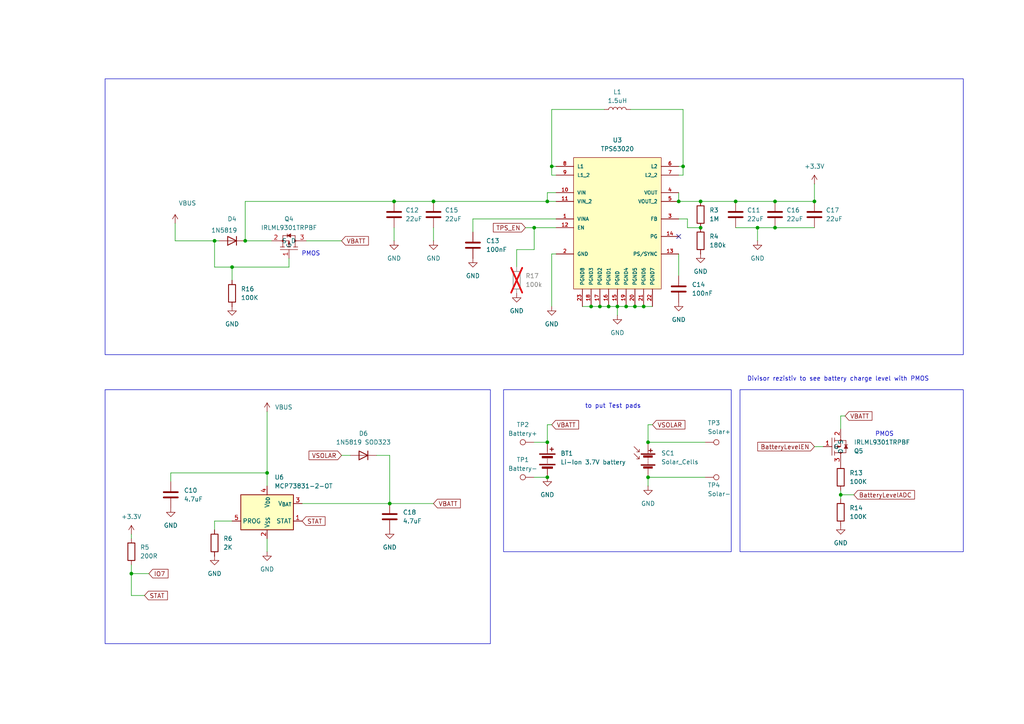
<source format=kicad_sch>
(kicad_sch
	(version 20250114)
	(generator "eeschema")
	(generator_version "9.0")
	(uuid "70710a09-8e78-4047-8f4c-1fd63489bbd9")
	(paper "A4")
	(lib_symbols
		(symbol "Battery_Management:MCP73831-2-OT"
			(exclude_from_sim no)
			(in_bom yes)
			(on_board yes)
			(property "Reference" "U"
				(at -7.62 6.35 0)
				(effects
					(font
						(size 1.27 1.27)
					)
					(justify left)
				)
			)
			(property "Value" "MCP73831-2-OT"
				(at 1.27 6.35 0)
				(effects
					(font
						(size 1.27 1.27)
					)
					(justify left)
				)
			)
			(property "Footprint" "Package_TO_SOT_SMD:SOT-23-5"
				(at 1.27 -6.35 0)
				(effects
					(font
						(size 1.27 1.27)
						(italic yes)
					)
					(justify left)
					(hide yes)
				)
			)
			(property "Datasheet" "http://ww1.microchip.com/downloads/en/DeviceDoc/20001984g.pdf"
				(at 0 -18.288 0)
				(effects
					(font
						(size 1.27 1.27)
					)
					(hide yes)
				)
			)
			(property "Description" "Single cell, Li-Ion/Li-Po charge management controller, 4.20V, Tri-State Status Output, in SOT23-5 package"
				(at 0 0 0)
				(effects
					(font
						(size 1.27 1.27)
					)
					(hide yes)
				)
			)
			(property "ki_keywords" "battery charger lithium"
				(at 0 0 0)
				(effects
					(font
						(size 1.27 1.27)
					)
					(hide yes)
				)
			)
			(property "ki_fp_filters" "SOT?23*"
				(at 0 0 0)
				(effects
					(font
						(size 1.27 1.27)
					)
					(hide yes)
				)
			)
			(symbol "MCP73831-2-OT_0_1"
				(rectangle
					(start -7.62 5.08)
					(end 7.62 -5.08)
					(stroke
						(width 0.254)
						(type default)
					)
					(fill
						(type background)
					)
				)
			)
			(symbol "MCP73831-2-OT_1_1"
				(pin input line
					(at -10.16 -2.54 0)
					(length 2.54)
					(name "PROG"
						(effects
							(font
								(size 1.27 1.27)
							)
						)
					)
					(number "5"
						(effects
							(font
								(size 1.27 1.27)
							)
						)
					)
				)
				(pin power_in line
					(at 0 7.62 270)
					(length 2.54)
					(name "V_{DD}"
						(effects
							(font
								(size 1.27 1.27)
							)
						)
					)
					(number "4"
						(effects
							(font
								(size 1.27 1.27)
							)
						)
					)
				)
				(pin power_in line
					(at 0 -7.62 90)
					(length 2.54)
					(name "V_{SS}"
						(effects
							(font
								(size 1.27 1.27)
							)
						)
					)
					(number "2"
						(effects
							(font
								(size 1.27 1.27)
							)
						)
					)
				)
				(pin power_out line
					(at 10.16 2.54 180)
					(length 2.54)
					(name "V_{BAT}"
						(effects
							(font
								(size 1.27 1.27)
							)
						)
					)
					(number "3"
						(effects
							(font
								(size 1.27 1.27)
							)
						)
					)
				)
				(pin tri_state line
					(at 10.16 -2.54 180)
					(length 2.54)
					(name "STAT"
						(effects
							(font
								(size 1.27 1.27)
							)
						)
					)
					(number "1"
						(effects
							(font
								(size 1.27 1.27)
							)
						)
					)
				)
			)
			(embedded_fonts no)
		)
		(symbol "Connector:TestPoint"
			(pin_numbers
				(hide yes)
			)
			(pin_names
				(offset 0.762)
				(hide yes)
			)
			(exclude_from_sim no)
			(in_bom yes)
			(on_board yes)
			(property "Reference" "TP"
				(at 0 6.858 0)
				(effects
					(font
						(size 1.27 1.27)
					)
				)
			)
			(property "Value" "TestPoint"
				(at 0 5.08 0)
				(effects
					(font
						(size 1.27 1.27)
					)
				)
			)
			(property "Footprint" ""
				(at 5.08 0 0)
				(effects
					(font
						(size 1.27 1.27)
					)
					(hide yes)
				)
			)
			(property "Datasheet" "~"
				(at 5.08 0 0)
				(effects
					(font
						(size 1.27 1.27)
					)
					(hide yes)
				)
			)
			(property "Description" "test point"
				(at 0 0 0)
				(effects
					(font
						(size 1.27 1.27)
					)
					(hide yes)
				)
			)
			(property "ki_keywords" "test point tp"
				(at 0 0 0)
				(effects
					(font
						(size 1.27 1.27)
					)
					(hide yes)
				)
			)
			(property "ki_fp_filters" "Pin* Test*"
				(at 0 0 0)
				(effects
					(font
						(size 1.27 1.27)
					)
					(hide yes)
				)
			)
			(symbol "TestPoint_0_1"
				(circle
					(center 0 3.302)
					(radius 0.762)
					(stroke
						(width 0)
						(type default)
					)
					(fill
						(type none)
					)
				)
			)
			(symbol "TestPoint_1_1"
				(pin passive line
					(at 0 0 90)
					(length 2.54)
					(name "1"
						(effects
							(font
								(size 1.27 1.27)
							)
						)
					)
					(number "1"
						(effects
							(font
								(size 1.27 1.27)
							)
						)
					)
				)
			)
			(embedded_fonts no)
		)
		(symbol "Device:Battery"
			(pin_numbers
				(hide yes)
			)
			(pin_names
				(offset 0)
				(hide yes)
			)
			(exclude_from_sim no)
			(in_bom yes)
			(on_board yes)
			(property "Reference" "BT"
				(at 2.54 2.54 0)
				(effects
					(font
						(size 1.27 1.27)
					)
					(justify left)
				)
			)
			(property "Value" "Battery"
				(at 2.54 0 0)
				(effects
					(font
						(size 1.27 1.27)
					)
					(justify left)
				)
			)
			(property "Footprint" ""
				(at 0 1.524 90)
				(effects
					(font
						(size 1.27 1.27)
					)
					(hide yes)
				)
			)
			(property "Datasheet" "~"
				(at 0 1.524 90)
				(effects
					(font
						(size 1.27 1.27)
					)
					(hide yes)
				)
			)
			(property "Description" "Multiple-cell battery"
				(at 0 0 0)
				(effects
					(font
						(size 1.27 1.27)
					)
					(hide yes)
				)
			)
			(property "ki_keywords" "batt voltage-source cell"
				(at 0 0 0)
				(effects
					(font
						(size 1.27 1.27)
					)
					(hide yes)
				)
			)
			(symbol "Battery_0_1"
				(rectangle
					(start -2.286 1.778)
					(end 2.286 1.524)
					(stroke
						(width 0)
						(type default)
					)
					(fill
						(type outline)
					)
				)
				(rectangle
					(start -2.286 -1.27)
					(end 2.286 -1.524)
					(stroke
						(width 0)
						(type default)
					)
					(fill
						(type outline)
					)
				)
				(rectangle
					(start -1.524 1.016)
					(end 1.524 0.508)
					(stroke
						(width 0)
						(type default)
					)
					(fill
						(type outline)
					)
				)
				(rectangle
					(start -1.524 -2.032)
					(end 1.524 -2.54)
					(stroke
						(width 0)
						(type default)
					)
					(fill
						(type outline)
					)
				)
				(polyline
					(pts
						(xy 0 1.778) (xy 0 2.54)
					)
					(stroke
						(width 0)
						(type default)
					)
					(fill
						(type none)
					)
				)
				(polyline
					(pts
						(xy 0 0) (xy 0 0.254)
					)
					(stroke
						(width 0)
						(type default)
					)
					(fill
						(type none)
					)
				)
				(polyline
					(pts
						(xy 0 -0.508) (xy 0 -0.254)
					)
					(stroke
						(width 0)
						(type default)
					)
					(fill
						(type none)
					)
				)
				(polyline
					(pts
						(xy 0 -1.016) (xy 0 -0.762)
					)
					(stroke
						(width 0)
						(type default)
					)
					(fill
						(type none)
					)
				)
				(polyline
					(pts
						(xy 0.762 3.048) (xy 1.778 3.048)
					)
					(stroke
						(width 0.254)
						(type default)
					)
					(fill
						(type none)
					)
				)
				(polyline
					(pts
						(xy 1.27 3.556) (xy 1.27 2.54)
					)
					(stroke
						(width 0.254)
						(type default)
					)
					(fill
						(type none)
					)
				)
			)
			(symbol "Battery_1_1"
				(pin passive line
					(at 0 5.08 270)
					(length 2.54)
					(name "+"
						(effects
							(font
								(size 1.27 1.27)
							)
						)
					)
					(number "1"
						(effects
							(font
								(size 1.27 1.27)
							)
						)
					)
				)
				(pin passive line
					(at 0 -5.08 90)
					(length 2.54)
					(name "-"
						(effects
							(font
								(size 1.27 1.27)
							)
						)
					)
					(number "2"
						(effects
							(font
								(size 1.27 1.27)
							)
						)
					)
				)
			)
			(embedded_fonts no)
		)
		(symbol "Device:C"
			(pin_numbers
				(hide yes)
			)
			(pin_names
				(offset 0.254)
			)
			(exclude_from_sim no)
			(in_bom yes)
			(on_board yes)
			(property "Reference" "C"
				(at 0.635 2.54 0)
				(effects
					(font
						(size 1.27 1.27)
					)
					(justify left)
				)
			)
			(property "Value" "C"
				(at 0.635 -2.54 0)
				(effects
					(font
						(size 1.27 1.27)
					)
					(justify left)
				)
			)
			(property "Footprint" ""
				(at 0.9652 -3.81 0)
				(effects
					(font
						(size 1.27 1.27)
					)
					(hide yes)
				)
			)
			(property "Datasheet" "~"
				(at 0 0 0)
				(effects
					(font
						(size 1.27 1.27)
					)
					(hide yes)
				)
			)
			(property "Description" "Unpolarized capacitor"
				(at 0 0 0)
				(effects
					(font
						(size 1.27 1.27)
					)
					(hide yes)
				)
			)
			(property "ki_keywords" "cap capacitor"
				(at 0 0 0)
				(effects
					(font
						(size 1.27 1.27)
					)
					(hide yes)
				)
			)
			(property "ki_fp_filters" "C_*"
				(at 0 0 0)
				(effects
					(font
						(size 1.27 1.27)
					)
					(hide yes)
				)
			)
			(symbol "C_0_1"
				(polyline
					(pts
						(xy -2.032 0.762) (xy 2.032 0.762)
					)
					(stroke
						(width 0.508)
						(type default)
					)
					(fill
						(type none)
					)
				)
				(polyline
					(pts
						(xy -2.032 -0.762) (xy 2.032 -0.762)
					)
					(stroke
						(width 0.508)
						(type default)
					)
					(fill
						(type none)
					)
				)
			)
			(symbol "C_1_1"
				(pin passive line
					(at 0 3.81 270)
					(length 2.794)
					(name "~"
						(effects
							(font
								(size 1.27 1.27)
							)
						)
					)
					(number "1"
						(effects
							(font
								(size 1.27 1.27)
							)
						)
					)
				)
				(pin passive line
					(at 0 -3.81 90)
					(length 2.794)
					(name "~"
						(effects
							(font
								(size 1.27 1.27)
							)
						)
					)
					(number "2"
						(effects
							(font
								(size 1.27 1.27)
							)
						)
					)
				)
			)
			(embedded_fonts no)
		)
		(symbol "Device:D"
			(pin_numbers
				(hide yes)
			)
			(pin_names
				(offset 1.016)
				(hide yes)
			)
			(exclude_from_sim no)
			(in_bom yes)
			(on_board yes)
			(property "Reference" "D"
				(at 0 2.54 0)
				(effects
					(font
						(size 1.27 1.27)
					)
				)
			)
			(property "Value" "D"
				(at 0 -2.54 0)
				(effects
					(font
						(size 1.27 1.27)
					)
				)
			)
			(property "Footprint" ""
				(at 0 0 0)
				(effects
					(font
						(size 1.27 1.27)
					)
					(hide yes)
				)
			)
			(property "Datasheet" "~"
				(at 0 0 0)
				(effects
					(font
						(size 1.27 1.27)
					)
					(hide yes)
				)
			)
			(property "Description" "Diode"
				(at 0 0 0)
				(effects
					(font
						(size 1.27 1.27)
					)
					(hide yes)
				)
			)
			(property "Sim.Device" "D"
				(at 0 0 0)
				(effects
					(font
						(size 1.27 1.27)
					)
					(hide yes)
				)
			)
			(property "Sim.Pins" "1=K 2=A"
				(at 0 0 0)
				(effects
					(font
						(size 1.27 1.27)
					)
					(hide yes)
				)
			)
			(property "ki_keywords" "diode"
				(at 0 0 0)
				(effects
					(font
						(size 1.27 1.27)
					)
					(hide yes)
				)
			)
			(property "ki_fp_filters" "TO-???* *_Diode_* *SingleDiode* D_*"
				(at 0 0 0)
				(effects
					(font
						(size 1.27 1.27)
					)
					(hide yes)
				)
			)
			(symbol "D_0_1"
				(polyline
					(pts
						(xy -1.27 1.27) (xy -1.27 -1.27)
					)
					(stroke
						(width 0.254)
						(type default)
					)
					(fill
						(type none)
					)
				)
				(polyline
					(pts
						(xy 1.27 1.27) (xy 1.27 -1.27) (xy -1.27 0) (xy 1.27 1.27)
					)
					(stroke
						(width 0.254)
						(type default)
					)
					(fill
						(type none)
					)
				)
				(polyline
					(pts
						(xy 1.27 0) (xy -1.27 0)
					)
					(stroke
						(width 0)
						(type default)
					)
					(fill
						(type none)
					)
				)
			)
			(symbol "D_1_1"
				(pin passive line
					(at -3.81 0 0)
					(length 2.54)
					(name "K"
						(effects
							(font
								(size 1.27 1.27)
							)
						)
					)
					(number "1"
						(effects
							(font
								(size 1.27 1.27)
							)
						)
					)
				)
				(pin passive line
					(at 3.81 0 180)
					(length 2.54)
					(name "A"
						(effects
							(font
								(size 1.27 1.27)
							)
						)
					)
					(number "2"
						(effects
							(font
								(size 1.27 1.27)
							)
						)
					)
				)
			)
			(embedded_fonts no)
		)
		(symbol "Device:L"
			(pin_numbers
				(hide yes)
			)
			(pin_names
				(offset 1.016)
				(hide yes)
			)
			(exclude_from_sim no)
			(in_bom yes)
			(on_board yes)
			(property "Reference" "L"
				(at -1.27 0 90)
				(effects
					(font
						(size 1.27 1.27)
					)
				)
			)
			(property "Value" "L"
				(at 1.905 0 90)
				(effects
					(font
						(size 1.27 1.27)
					)
				)
			)
			(property "Footprint" ""
				(at 0 0 0)
				(effects
					(font
						(size 1.27 1.27)
					)
					(hide yes)
				)
			)
			(property "Datasheet" "~"
				(at 0 0 0)
				(effects
					(font
						(size 1.27 1.27)
					)
					(hide yes)
				)
			)
			(property "Description" "Inductor"
				(at 0 0 0)
				(effects
					(font
						(size 1.27 1.27)
					)
					(hide yes)
				)
			)
			(property "ki_keywords" "inductor choke coil reactor magnetic"
				(at 0 0 0)
				(effects
					(font
						(size 1.27 1.27)
					)
					(hide yes)
				)
			)
			(property "ki_fp_filters" "Choke_* *Coil* Inductor_* L_*"
				(at 0 0 0)
				(effects
					(font
						(size 1.27 1.27)
					)
					(hide yes)
				)
			)
			(symbol "L_0_1"
				(arc
					(start 0 2.54)
					(mid 0.6323 1.905)
					(end 0 1.27)
					(stroke
						(width 0)
						(type default)
					)
					(fill
						(type none)
					)
				)
				(arc
					(start 0 1.27)
					(mid 0.6323 0.635)
					(end 0 0)
					(stroke
						(width 0)
						(type default)
					)
					(fill
						(type none)
					)
				)
				(arc
					(start 0 0)
					(mid 0.6323 -0.635)
					(end 0 -1.27)
					(stroke
						(width 0)
						(type default)
					)
					(fill
						(type none)
					)
				)
				(arc
					(start 0 -1.27)
					(mid 0.6323 -1.905)
					(end 0 -2.54)
					(stroke
						(width 0)
						(type default)
					)
					(fill
						(type none)
					)
				)
			)
			(symbol "L_1_1"
				(pin passive line
					(at 0 3.81 270)
					(length 1.27)
					(name "1"
						(effects
							(font
								(size 1.27 1.27)
							)
						)
					)
					(number "1"
						(effects
							(font
								(size 1.27 1.27)
							)
						)
					)
				)
				(pin passive line
					(at 0 -3.81 90)
					(length 1.27)
					(name "2"
						(effects
							(font
								(size 1.27 1.27)
							)
						)
					)
					(number "2"
						(effects
							(font
								(size 1.27 1.27)
							)
						)
					)
				)
			)
			(embedded_fonts no)
		)
		(symbol "Device:R"
			(pin_numbers
				(hide yes)
			)
			(pin_names
				(offset 0)
			)
			(exclude_from_sim no)
			(in_bom yes)
			(on_board yes)
			(property "Reference" "R"
				(at 2.032 0 90)
				(effects
					(font
						(size 1.27 1.27)
					)
				)
			)
			(property "Value" "R"
				(at 0 0 90)
				(effects
					(font
						(size 1.27 1.27)
					)
				)
			)
			(property "Footprint" ""
				(at -1.778 0 90)
				(effects
					(font
						(size 1.27 1.27)
					)
					(hide yes)
				)
			)
			(property "Datasheet" "~"
				(at 0 0 0)
				(effects
					(font
						(size 1.27 1.27)
					)
					(hide yes)
				)
			)
			(property "Description" "Resistor"
				(at 0 0 0)
				(effects
					(font
						(size 1.27 1.27)
					)
					(hide yes)
				)
			)
			(property "ki_keywords" "R res resistor"
				(at 0 0 0)
				(effects
					(font
						(size 1.27 1.27)
					)
					(hide yes)
				)
			)
			(property "ki_fp_filters" "R_*"
				(at 0 0 0)
				(effects
					(font
						(size 1.27 1.27)
					)
					(hide yes)
				)
			)
			(symbol "R_0_1"
				(rectangle
					(start -1.016 -2.54)
					(end 1.016 2.54)
					(stroke
						(width 0.254)
						(type default)
					)
					(fill
						(type none)
					)
				)
			)
			(symbol "R_1_1"
				(pin passive line
					(at 0 3.81 270)
					(length 1.27)
					(name "~"
						(effects
							(font
								(size 1.27 1.27)
							)
						)
					)
					(number "1"
						(effects
							(font
								(size 1.27 1.27)
							)
						)
					)
				)
				(pin passive line
					(at 0 -3.81 90)
					(length 1.27)
					(name "~"
						(effects
							(font
								(size 1.27 1.27)
							)
						)
					)
					(number "2"
						(effects
							(font
								(size 1.27 1.27)
							)
						)
					)
				)
			)
			(embedded_fonts no)
		)
		(symbol "Device:Solar_Cells"
			(pin_numbers
				(hide yes)
			)
			(pin_names
				(offset 0)
				(hide yes)
			)
			(exclude_from_sim no)
			(in_bom yes)
			(on_board yes)
			(property "Reference" "SC"
				(at 2.54 2.54 0)
				(effects
					(font
						(size 1.27 1.27)
					)
					(justify left)
				)
			)
			(property "Value" "Solar_Cells"
				(at 2.54 0 0)
				(effects
					(font
						(size 1.27 1.27)
					)
					(justify left)
				)
			)
			(property "Footprint" ""
				(at 0 1.524 90)
				(effects
					(font
						(size 1.27 1.27)
					)
					(hide yes)
				)
			)
			(property "Datasheet" "~"
				(at 0 1.524 90)
				(effects
					(font
						(size 1.27 1.27)
					)
					(hide yes)
				)
			)
			(property "Description" "Multiple solar cells"
				(at 0 0 0)
				(effects
					(font
						(size 1.27 1.27)
					)
					(hide yes)
				)
			)
			(property "ki_keywords" "solar cell"
				(at 0 0 0)
				(effects
					(font
						(size 1.27 1.27)
					)
					(hide yes)
				)
			)
			(symbol "Solar_Cells_0_1"
				(polyline
					(pts
						(xy -2.54 3.048) (xy -2.54 2.286) (xy -3.302 2.286)
					)
					(stroke
						(width 0)
						(type default)
					)
					(fill
						(type none)
					)
				)
				(polyline
					(pts
						(xy -2.54 2.286) (xy -4.064 3.81)
					)
					(stroke
						(width 0)
						(type default)
					)
					(fill
						(type none)
					)
				)
				(polyline
					(pts
						(xy -2.54 1.016) (xy -2.54 0.254) (xy -3.302 0.254)
					)
					(stroke
						(width 0)
						(type default)
					)
					(fill
						(type none)
					)
				)
				(polyline
					(pts
						(xy -2.54 0.254) (xy -4.064 1.778)
					)
					(stroke
						(width 0)
						(type default)
					)
					(fill
						(type none)
					)
				)
				(rectangle
					(start -2.032 1.778)
					(end 2.032 1.524)
					(stroke
						(width 0)
						(type default)
					)
					(fill
						(type outline)
					)
				)
				(rectangle
					(start -2.032 -1.397)
					(end 2.032 -1.651)
					(stroke
						(width 0)
						(type default)
					)
					(fill
						(type outline)
					)
				)
				(rectangle
					(start -1.3208 1.1938)
					(end 1.27 0.6858)
					(stroke
						(width 0)
						(type default)
					)
					(fill
						(type outline)
					)
				)
				(rectangle
					(start -1.3208 -1.9812)
					(end 1.27 -2.4892)
					(stroke
						(width 0)
						(type default)
					)
					(fill
						(type outline)
					)
				)
				(polyline
					(pts
						(xy 0 1.778) (xy 0 2.54)
					)
					(stroke
						(width 0)
						(type default)
					)
					(fill
						(type none)
					)
				)
				(polyline
					(pts
						(xy 0 0.508) (xy 0 0.762)
					)
					(stroke
						(width 0)
						(type default)
					)
					(fill
						(type none)
					)
				)
				(polyline
					(pts
						(xy 0 0) (xy 0 0.254)
					)
					(stroke
						(width 0)
						(type default)
					)
					(fill
						(type none)
					)
				)
				(polyline
					(pts
						(xy 0 -0.508) (xy 0 -0.254)
					)
					(stroke
						(width 0)
						(type default)
					)
					(fill
						(type none)
					)
				)
				(polyline
					(pts
						(xy 0 -1.016) (xy 0 -0.762)
					)
					(stroke
						(width 0)
						(type default)
					)
					(fill
						(type none)
					)
				)
				(polyline
					(pts
						(xy 0 -1.524) (xy 0 -1.27)
					)
					(stroke
						(width 0)
						(type default)
					)
					(fill
						(type none)
					)
				)
				(polyline
					(pts
						(xy 0.254 2.667) (xy 1.27 2.667)
					)
					(stroke
						(width 0.254)
						(type default)
					)
					(fill
						(type none)
					)
				)
				(polyline
					(pts
						(xy 0.762 3.175) (xy 0.762 2.159)
					)
					(stroke
						(width 0.254)
						(type default)
					)
					(fill
						(type none)
					)
				)
			)
			(symbol "Solar_Cells_1_1"
				(pin passive line
					(at 0 5.08 270)
					(length 2.54)
					(name "+"
						(effects
							(font
								(size 1.27 1.27)
							)
						)
					)
					(number "1"
						(effects
							(font
								(size 1.27 1.27)
							)
						)
					)
				)
				(pin passive line
					(at 0 -5.08 90)
					(length 2.54)
					(name "-"
						(effects
							(font
								(size 1.27 1.27)
							)
						)
					)
					(number "2"
						(effects
							(font
								(size 1.27 1.27)
							)
						)
					)
				)
			)
			(embedded_fonts no)
		)
		(symbol "TPS63020:TPS63020"
			(pin_names
				(offset 1.016)
			)
			(exclude_from_sim no)
			(in_bom yes)
			(on_board yes)
			(property "Reference" "U"
				(at -4.7272 4.1173 0)
				(effects
					(font
						(size 1.27 1.27)
					)
					(justify left bottom)
				)
			)
			(property "Value" "TPS63020"
				(at -5.5991 -1.0435 0)
				(effects
					(font
						(size 1.27 1.27)
					)
					(justify left bottom)
				)
			)
			(property "Footprint" "TPS63020:QFN14-3X4MM"
				(at 0 0 0)
				(effects
					(font
						(size 1.27 1.27)
					)
					(justify bottom)
					(hide yes)
				)
			)
			(property "Datasheet" ""
				(at 0 0 0)
				(effects
					(font
						(size 1.27 1.27)
					)
					(hide yes)
				)
			)
			(property "Description" ""
				(at 0 0 0)
				(effects
					(font
						(size 1.27 1.27)
					)
					(hide yes)
				)
			)
			(property "MF" "Texas Instruments"
				(at 0 0 0)
				(effects
					(font
						(size 1.27 1.27)
					)
					(justify bottom)
					(hide yes)
				)
			)
			(property "Description_1" "Buck-Boost Switching Regulator IC Positive Adjustable 1.2V 1 Output 3.5A (Switch) 14-VFDFN Exposed Pad"
				(at 0 0 0)
				(effects
					(font
						(size 1.27 1.27)
					)
					(justify bottom)
					(hide yes)
				)
			)
			(property "Package" "None"
				(at 0 0 0)
				(effects
					(font
						(size 1.27 1.27)
					)
					(justify bottom)
					(hide yes)
				)
			)
			(property "Price" "None"
				(at 0 0 0)
				(effects
					(font
						(size 1.27 1.27)
					)
					(justify bottom)
					(hide yes)
				)
			)
			(property "SnapEDA_Link" "https://www.snapeda.com/parts/TPS63020/Texas+Instruments/view-part/?ref=snap"
				(at 0 0 0)
				(effects
					(font
						(size 1.27 1.27)
					)
					(justify bottom)
					(hide yes)
				)
			)
			(property "MP" "TPS63020"
				(at 0 0 0)
				(effects
					(font
						(size 1.27 1.27)
					)
					(justify bottom)
					(hide yes)
				)
			)
			(property "Purchase-URL" "https://www.snapeda.com/api/url_track_click_mouser/?unipart_id=6704604&manufacturer=Texas Instruments&part_name=TPS63020&search_term=None"
				(at 0 0 0)
				(effects
					(font
						(size 1.27 1.27)
					)
					(justify bottom)
					(hide yes)
				)
			)
			(property "Availability" "Not in stock"
				(at 0 0 0)
				(effects
					(font
						(size 1.27 1.27)
					)
					(justify bottom)
					(hide yes)
				)
			)
			(property "Check_prices" "https://www.snapeda.com/parts/TPS63020/Texas+Instruments/view-part/?ref=eda"
				(at 0 0 0)
				(effects
					(font
						(size 1.27 1.27)
					)
					(justify bottom)
					(hide yes)
				)
			)
			(symbol "TPS63020_0_0"
				(rectangle
					(start -12.7 -17.78)
					(end 12.7 20.32)
					(stroke
						(width 0.1524)
						(type default)
					)
					(fill
						(type background)
					)
				)
				(pin bidirectional line
					(at -17.78 17.78 0)
					(length 5.08)
					(name "L1"
						(effects
							(font
								(size 1.016 1.016)
							)
						)
					)
					(number "8"
						(effects
							(font
								(size 1.016 1.016)
							)
						)
					)
				)
				(pin bidirectional line
					(at -17.78 15.24 0)
					(length 5.08)
					(name "L1_2"
						(effects
							(font
								(size 1.016 1.016)
							)
						)
					)
					(number "9"
						(effects
							(font
								(size 1.016 1.016)
							)
						)
					)
				)
				(pin bidirectional line
					(at -17.78 10.16 0)
					(length 5.08)
					(name "VIN"
						(effects
							(font
								(size 1.016 1.016)
							)
						)
					)
					(number "10"
						(effects
							(font
								(size 1.016 1.016)
							)
						)
					)
				)
				(pin bidirectional line
					(at -17.78 7.62 0)
					(length 5.08)
					(name "VIN_2"
						(effects
							(font
								(size 1.016 1.016)
							)
						)
					)
					(number "11"
						(effects
							(font
								(size 1.016 1.016)
							)
						)
					)
				)
				(pin bidirectional line
					(at -17.78 2.54 0)
					(length 5.08)
					(name "VINA"
						(effects
							(font
								(size 1.016 1.016)
							)
						)
					)
					(number "1"
						(effects
							(font
								(size 1.016 1.016)
							)
						)
					)
				)
				(pin bidirectional line
					(at -17.78 0 0)
					(length 5.08)
					(name "EN"
						(effects
							(font
								(size 1.016 1.016)
							)
						)
					)
					(number "12"
						(effects
							(font
								(size 1.016 1.016)
							)
						)
					)
				)
				(pin bidirectional line
					(at -17.78 -7.62 0)
					(length 5.08)
					(name "GND"
						(effects
							(font
								(size 1.016 1.016)
							)
						)
					)
					(number "2"
						(effects
							(font
								(size 1.016 1.016)
							)
						)
					)
				)
				(pin bidirectional line
					(at -10.16 -22.86 90)
					(length 5.08)
					(name "PGND8"
						(effects
							(font
								(size 1.016 1.016)
							)
						)
					)
					(number "23"
						(effects
							(font
								(size 1.016 1.016)
							)
						)
					)
				)
				(pin bidirectional line
					(at -7.62 -22.86 90)
					(length 5.08)
					(name "PGND3"
						(effects
							(font
								(size 1.016 1.016)
							)
						)
					)
					(number "18"
						(effects
							(font
								(size 1.016 1.016)
							)
						)
					)
				)
				(pin bidirectional line
					(at -5.08 -22.86 90)
					(length 5.08)
					(name "PGND2"
						(effects
							(font
								(size 1.016 1.016)
							)
						)
					)
					(number "17"
						(effects
							(font
								(size 1.016 1.016)
							)
						)
					)
				)
				(pin bidirectional line
					(at -2.54 -22.86 90)
					(length 5.08)
					(name "PGND1"
						(effects
							(font
								(size 1.016 1.016)
							)
						)
					)
					(number "16"
						(effects
							(font
								(size 1.016 1.016)
							)
						)
					)
				)
				(pin bidirectional line
					(at 0 -22.86 90)
					(length 5.08)
					(name "PGND"
						(effects
							(font
								(size 1.016 1.016)
							)
						)
					)
					(number "15"
						(effects
							(font
								(size 1.016 1.016)
							)
						)
					)
				)
				(pin bidirectional line
					(at 2.54 -22.86 90)
					(length 5.08)
					(name "PGND4"
						(effects
							(font
								(size 1.016 1.016)
							)
						)
					)
					(number "19"
						(effects
							(font
								(size 1.016 1.016)
							)
						)
					)
				)
				(pin bidirectional line
					(at 5.08 -22.86 90)
					(length 5.08)
					(name "PGND5"
						(effects
							(font
								(size 1.016 1.016)
							)
						)
					)
					(number "20"
						(effects
							(font
								(size 1.016 1.016)
							)
						)
					)
				)
				(pin bidirectional line
					(at 7.62 -22.86 90)
					(length 5.08)
					(name "PGND6"
						(effects
							(font
								(size 1.016 1.016)
							)
						)
					)
					(number "21"
						(effects
							(font
								(size 1.016 1.016)
							)
						)
					)
				)
				(pin bidirectional line
					(at 10.16 -22.86 90)
					(length 5.08)
					(name "PGND7"
						(effects
							(font
								(size 1.016 1.016)
							)
						)
					)
					(number "22"
						(effects
							(font
								(size 1.016 1.016)
							)
						)
					)
				)
				(pin bidirectional line
					(at 17.78 17.78 180)
					(length 5.08)
					(name "L2"
						(effects
							(font
								(size 1.016 1.016)
							)
						)
					)
					(number "6"
						(effects
							(font
								(size 1.016 1.016)
							)
						)
					)
				)
				(pin bidirectional line
					(at 17.78 15.24 180)
					(length 5.08)
					(name "L2_2"
						(effects
							(font
								(size 1.016 1.016)
							)
						)
					)
					(number "7"
						(effects
							(font
								(size 1.016 1.016)
							)
						)
					)
				)
				(pin bidirectional line
					(at 17.78 10.16 180)
					(length 5.08)
					(name "VOUT"
						(effects
							(font
								(size 1.016 1.016)
							)
						)
					)
					(number "4"
						(effects
							(font
								(size 1.016 1.016)
							)
						)
					)
				)
				(pin bidirectional line
					(at 17.78 7.62 180)
					(length 5.08)
					(name "VOUT_2"
						(effects
							(font
								(size 1.016 1.016)
							)
						)
					)
					(number "5"
						(effects
							(font
								(size 1.016 1.016)
							)
						)
					)
				)
				(pin bidirectional line
					(at 17.78 2.54 180)
					(length 5.08)
					(name "FB"
						(effects
							(font
								(size 1.016 1.016)
							)
						)
					)
					(number "3"
						(effects
							(font
								(size 1.016 1.016)
							)
						)
					)
				)
				(pin bidirectional line
					(at 17.78 -2.54 180)
					(length 5.08)
					(name "PG"
						(effects
							(font
								(size 1.016 1.016)
							)
						)
					)
					(number "14"
						(effects
							(font
								(size 1.016 1.016)
							)
						)
					)
				)
				(pin bidirectional line
					(at 17.78 -7.62 180)
					(length 5.08)
					(name "PS/SYNC"
						(effects
							(font
								(size 1.016 1.016)
							)
						)
					)
					(number "13"
						(effects
							(font
								(size 1.016 1.016)
							)
						)
					)
				)
			)
			(embedded_fonts no)
		)
		(symbol "easyeda2kicad:IRLML9301TRPBF"
			(exclude_from_sim no)
			(in_bom yes)
			(on_board yes)
			(property "Reference" "Q4"
				(at 8.89 0 90)
				(effects
					(font
						(size 1.27 1.27)
					)
				)
			)
			(property "Value" "IRLML9301TRPBF"
				(at 6.35 0 90)
				(effects
					(font
						(size 1.27 1.27)
					)
				)
			)
			(property "Footprint" "easyeda2kicad:SOT-23_L2.9-W1.3-P1.90-LS2.4-BR"
				(at 0 -12.7 0)
				(effects
					(font
						(size 1.27 1.27)
					)
					(hide yes)
				)
			)
			(property "Datasheet" "https://lcsc.com/product-detail/MOSFET_IR_IRLML9301TRPBF_IRLML9301TRPBF_C82056.html"
				(at 0 -15.24 0)
				(effects
					(font
						(size 1.27 1.27)
					)
					(hide yes)
				)
			)
			(property "Description" ""
				(at 0 0 0)
				(effects
					(font
						(size 1.27 1.27)
					)
					(hide yes)
				)
			)
			(property "LCSC Part" "C82056"
				(at 0 -17.78 0)
				(effects
					(font
						(size 1.27 1.27)
					)
					(hide yes)
				)
			)
			(symbol "IRLML9301TRPBF_0_1"
				(polyline
					(pts
						(xy 0 2.54) (xy 0 -2.54)
					)
					(stroke
						(width 0)
						(type default)
					)
					(fill
						(type none)
					)
				)
				(polyline
					(pts
						(xy 0.76 2.54) (xy 0.76 1.78)
					)
					(stroke
						(width 0)
						(type default)
					)
					(fill
						(type none)
					)
				)
				(polyline
					(pts
						(xy 0.76 1.78) (xy 0.76 1.27)
					)
					(stroke
						(width 0)
						(type default)
					)
					(fill
						(type none)
					)
				)
				(polyline
					(pts
						(xy 0.76 1.78) (xy 4.06 1.78) (xy 4.06 1.78)
					)
					(stroke
						(width 0)
						(type default)
					)
					(fill
						(type none)
					)
				)
				(polyline
					(pts
						(xy 0.76 0.51) (xy 0.76 0)
					)
					(stroke
						(width 0)
						(type default)
					)
					(fill
						(type none)
					)
				)
				(polyline
					(pts
						(xy 0.76 0) (xy 0.76 -0.51)
					)
					(stroke
						(width 0)
						(type default)
					)
					(fill
						(type none)
					)
				)
				(polyline
					(pts
						(xy 0.76 -1.78) (xy 0.76 -1.27)
					)
					(stroke
						(width 0)
						(type default)
					)
					(fill
						(type none)
					)
				)
				(polyline
					(pts
						(xy 0.76 -1.78) (xy 2.54 -1.78)
					)
					(stroke
						(width 0)
						(type default)
					)
					(fill
						(type none)
					)
				)
				(polyline
					(pts
						(xy 0.76 -2.54) (xy 0.76 -1.78)
					)
					(stroke
						(width 0)
						(type default)
					)
					(fill
						(type none)
					)
				)
				(polyline
					(pts
						(xy 1.02 0) (xy 0.76 0)
					)
					(stroke
						(width 0)
						(type default)
					)
					(fill
						(type none)
					)
				)
				(polyline
					(pts
						(xy 1.52 0.25) (xy 1.52 -0.25)
					)
					(stroke
						(width 0)
						(type default)
					)
					(fill
						(type none)
					)
				)
				(polyline
					(pts
						(xy 1.52 0.25) (xy 2.03 0)
					)
					(stroke
						(width 0)
						(type default)
					)
					(fill
						(type none)
					)
				)
				(polyline
					(pts
						(xy 1.52 -0.25) (xy 2.29 0)
					)
					(stroke
						(width 0)
						(type default)
					)
					(fill
						(type none)
					)
				)
				(polyline
					(pts
						(xy 2.29 0) (xy 0.76 0)
					)
					(stroke
						(width 0)
						(type default)
					)
					(fill
						(type none)
					)
				)
				(polyline
					(pts
						(xy 2.29 0) (xy 1.52 0.25)
					)
					(stroke
						(width 0)
						(type default)
					)
					(fill
						(type none)
					)
				)
				(polyline
					(pts
						(xy 2.54 2.54) (xy 2.54 1.78)
					)
					(stroke
						(width 0)
						(type default)
					)
					(fill
						(type none)
					)
				)
				(circle
					(center 2.54 1.78)
					(radius 0.25)
					(stroke
						(width 0)
						(type default)
					)
					(fill
						(type none)
					)
				)
				(polyline
					(pts
						(xy 2.54 0) (xy 1.52 0.25)
					)
					(stroke
						(width 0)
						(type default)
					)
					(fill
						(type none)
					)
				)
				(polyline
					(pts
						(xy 2.54 0) (xy 1.52 -0.25)
					)
					(stroke
						(width 0)
						(type default)
					)
					(fill
						(type none)
					)
				)
				(polyline
					(pts
						(xy 2.54 0) (xy 2.54 -1.78)
					)
					(stroke
						(width 0)
						(type default)
					)
					(fill
						(type none)
					)
				)
				(polyline
					(pts
						(xy 2.54 -1.78) (xy 2.54 -2.54)
					)
					(stroke
						(width 0)
						(type default)
					)
					(fill
						(type none)
					)
				)
				(circle
					(center 2.54 -1.78)
					(radius 0.25)
					(stroke
						(width 0)
						(type default)
					)
					(fill
						(type none)
					)
				)
				(polyline
					(pts
						(xy 3.56 0.51) (xy 3.81 0.51)
					)
					(stroke
						(width 0)
						(type default)
					)
					(fill
						(type none)
					)
				)
				(polyline
					(pts
						(xy 3.56 -0.51) (xy 4.06 -0.51)
					)
					(stroke
						(width 0)
						(type default)
					)
					(fill
						(type none)
					)
				)
				(polyline
					(pts
						(xy 3.81 0.51) (xy 4.06 0)
					)
					(stroke
						(width 0)
						(type default)
					)
					(fill
						(type none)
					)
				)
				(polyline
					(pts
						(xy 3.81 0.51) (xy 4.32 0.51)
					)
					(stroke
						(width 0)
						(type default)
					)
					(fill
						(type none)
					)
				)
				(polyline
					(pts
						(xy 3.81 0.25) (xy 4.06 0)
					)
					(stroke
						(width 0)
						(type default)
					)
					(fill
						(type none)
					)
				)
				(polyline
					(pts
						(xy 4.06 1.78) (xy 4.06 0)
					)
					(stroke
						(width 0)
						(type default)
					)
					(fill
						(type none)
					)
				)
				(polyline
					(pts
						(xy 4.06 0) (xy 4.06 -0.51)
					)
					(stroke
						(width 0)
						(type default)
					)
					(fill
						(type none)
					)
				)
				(polyline
					(pts
						(xy 4.06 0) (xy 4.32 0.51)
					)
					(stroke
						(width 0)
						(type default)
					)
					(fill
						(type none)
					)
				)
				(polyline
					(pts
						(xy 4.06 0) (xy 4.32 0.25)
					)
					(stroke
						(width 0)
						(type default)
					)
					(fill
						(type none)
					)
				)
				(polyline
					(pts
						(xy 4.06 -0.25) (xy 4.06 -1.78)
					)
					(stroke
						(width 0)
						(type default)
					)
					(fill
						(type none)
					)
				)
				(polyline
					(pts
						(xy 4.06 -0.51) (xy 3.56 0.51)
					)
					(stroke
						(width 0)
						(type default)
					)
					(fill
						(type none)
					)
				)
				(polyline
					(pts
						(xy 4.06 -0.51) (xy 4.57 -0.51)
					)
					(stroke
						(width 0)
						(type default)
					)
					(fill
						(type none)
					)
				)
				(polyline
					(pts
						(xy 4.06 -1.78) (xy 2.54 -1.78)
					)
					(stroke
						(width 0)
						(type default)
					)
					(fill
						(type none)
					)
				)
				(polyline
					(pts
						(xy 4.32 0.51) (xy 4.57 0.51)
					)
					(stroke
						(width 0)
						(type default)
					)
					(fill
						(type none)
					)
				)
				(polyline
					(pts
						(xy 4.57 0.51) (xy 4.06 -0.51)
					)
					(stroke
						(width 0)
						(type default)
					)
					(fill
						(type none)
					)
				)
				(pin unspecified line
					(at -2.54 0 0)
					(length 2.54)
					(name "G"
						(effects
							(font
								(size 1.27 1.27)
							)
						)
					)
					(number "1"
						(effects
							(font
								(size 1.27 1.27)
							)
						)
					)
				)
				(pin unspecified line
					(at 2.54 5.08 270)
					(length 2.54)
					(name "D"
						(effects
							(font
								(size 1.27 1.27)
							)
						)
					)
					(number "3"
						(effects
							(font
								(size 1.27 1.27)
							)
						)
					)
				)
				(pin unspecified line
					(at 2.54 -5.08 90)
					(length 2.54)
					(name "S"
						(effects
							(font
								(size 1.27 1.27)
							)
						)
					)
					(number "2"
						(effects
							(font
								(size 1.27 1.27)
							)
						)
					)
				)
			)
			(embedded_fonts no)
		)
		(symbol "power:+3.3V"
			(power)
			(pin_numbers
				(hide yes)
			)
			(pin_names
				(offset 0)
				(hide yes)
			)
			(exclude_from_sim no)
			(in_bom yes)
			(on_board yes)
			(property "Reference" "#PWR"
				(at 0 -3.81 0)
				(effects
					(font
						(size 1.27 1.27)
					)
					(hide yes)
				)
			)
			(property "Value" "+3.3V"
				(at 0 3.556 0)
				(effects
					(font
						(size 1.27 1.27)
					)
				)
			)
			(property "Footprint" ""
				(at 0 0 0)
				(effects
					(font
						(size 1.27 1.27)
					)
					(hide yes)
				)
			)
			(property "Datasheet" ""
				(at 0 0 0)
				(effects
					(font
						(size 1.27 1.27)
					)
					(hide yes)
				)
			)
			(property "Description" "Power symbol creates a global label with name \"+3.3V\""
				(at 0 0 0)
				(effects
					(font
						(size 1.27 1.27)
					)
					(hide yes)
				)
			)
			(property "ki_keywords" "global power"
				(at 0 0 0)
				(effects
					(font
						(size 1.27 1.27)
					)
					(hide yes)
				)
			)
			(symbol "+3.3V_0_1"
				(polyline
					(pts
						(xy -0.762 1.27) (xy 0 2.54)
					)
					(stroke
						(width 0)
						(type default)
					)
					(fill
						(type none)
					)
				)
				(polyline
					(pts
						(xy 0 2.54) (xy 0.762 1.27)
					)
					(stroke
						(width 0)
						(type default)
					)
					(fill
						(type none)
					)
				)
				(polyline
					(pts
						(xy 0 0) (xy 0 2.54)
					)
					(stroke
						(width 0)
						(type default)
					)
					(fill
						(type none)
					)
				)
			)
			(symbol "+3.3V_1_1"
				(pin power_in line
					(at 0 0 90)
					(length 0)
					(name "~"
						(effects
							(font
								(size 1.27 1.27)
							)
						)
					)
					(number "1"
						(effects
							(font
								(size 1.27 1.27)
							)
						)
					)
				)
			)
			(embedded_fonts no)
		)
		(symbol "power:GND"
			(power)
			(pin_numbers
				(hide yes)
			)
			(pin_names
				(offset 0)
				(hide yes)
			)
			(exclude_from_sim no)
			(in_bom yes)
			(on_board yes)
			(property "Reference" "#PWR"
				(at 0 -6.35 0)
				(effects
					(font
						(size 1.27 1.27)
					)
					(hide yes)
				)
			)
			(property "Value" "GND"
				(at 0 -3.81 0)
				(effects
					(font
						(size 1.27 1.27)
					)
				)
			)
			(property "Footprint" ""
				(at 0 0 0)
				(effects
					(font
						(size 1.27 1.27)
					)
					(hide yes)
				)
			)
			(property "Datasheet" ""
				(at 0 0 0)
				(effects
					(font
						(size 1.27 1.27)
					)
					(hide yes)
				)
			)
			(property "Description" "Power symbol creates a global label with name \"GND\" , ground"
				(at 0 0 0)
				(effects
					(font
						(size 1.27 1.27)
					)
					(hide yes)
				)
			)
			(property "ki_keywords" "global power"
				(at 0 0 0)
				(effects
					(font
						(size 1.27 1.27)
					)
					(hide yes)
				)
			)
			(symbol "GND_0_1"
				(polyline
					(pts
						(xy 0 0) (xy 0 -1.27) (xy 1.27 -1.27) (xy 0 -2.54) (xy -1.27 -1.27) (xy 0 -1.27)
					)
					(stroke
						(width 0)
						(type default)
					)
					(fill
						(type none)
					)
				)
			)
			(symbol "GND_1_1"
				(pin power_in line
					(at 0 0 270)
					(length 0)
					(name "~"
						(effects
							(font
								(size 1.27 1.27)
							)
						)
					)
					(number "1"
						(effects
							(font
								(size 1.27 1.27)
							)
						)
					)
				)
			)
			(embedded_fonts no)
		)
		(symbol "power:VBUS"
			(power)
			(pin_numbers
				(hide yes)
			)
			(pin_names
				(offset 0)
				(hide yes)
			)
			(exclude_from_sim no)
			(in_bom yes)
			(on_board yes)
			(property "Reference" "#PWR"
				(at 0 -3.81 0)
				(effects
					(font
						(size 1.27 1.27)
					)
					(hide yes)
				)
			)
			(property "Value" "VBUS"
				(at 0 3.556 0)
				(effects
					(font
						(size 1.27 1.27)
					)
				)
			)
			(property "Footprint" ""
				(at 0 0 0)
				(effects
					(font
						(size 1.27 1.27)
					)
					(hide yes)
				)
			)
			(property "Datasheet" ""
				(at 0 0 0)
				(effects
					(font
						(size 1.27 1.27)
					)
					(hide yes)
				)
			)
			(property "Description" "Power symbol creates a global label with name \"VBUS\""
				(at 0 0 0)
				(effects
					(font
						(size 1.27 1.27)
					)
					(hide yes)
				)
			)
			(property "ki_keywords" "global power"
				(at 0 0 0)
				(effects
					(font
						(size 1.27 1.27)
					)
					(hide yes)
				)
			)
			(symbol "VBUS_0_1"
				(polyline
					(pts
						(xy -0.762 1.27) (xy 0 2.54)
					)
					(stroke
						(width 0)
						(type default)
					)
					(fill
						(type none)
					)
				)
				(polyline
					(pts
						(xy 0 2.54) (xy 0.762 1.27)
					)
					(stroke
						(width 0)
						(type default)
					)
					(fill
						(type none)
					)
				)
				(polyline
					(pts
						(xy 0 0) (xy 0 2.54)
					)
					(stroke
						(width 0)
						(type default)
					)
					(fill
						(type none)
					)
				)
			)
			(symbol "VBUS_1_1"
				(pin power_in line
					(at 0 0 90)
					(length 0)
					(name "~"
						(effects
							(font
								(size 1.27 1.27)
							)
						)
					)
					(number "1"
						(effects
							(font
								(size 1.27 1.27)
							)
						)
					)
				)
			)
			(embedded_fonts no)
		)
	)
	(rectangle
		(start 30.48 113.03)
		(end 142.24 186.69)
		(stroke
			(width 0)
			(type default)
		)
		(fill
			(type none)
		)
		(uuid 41db4c9c-e20d-4016-b29b-97b2a4303fc9)
	)
	(rectangle
		(start 214.63 113.03)
		(end 279.4 160.02)
		(stroke
			(width 0)
			(type default)
		)
		(fill
			(type none)
		)
		(uuid 7fb77cd2-b200-4e82-be22-6b42735ce346)
	)
	(rectangle
		(start 30.48 22.86)
		(end 279.4 102.87)
		(stroke
			(width 0)
			(type default)
		)
		(fill
			(type none)
		)
		(uuid 84834a96-496e-4f99-bf88-97058deb9291)
	)
	(rectangle
		(start 146.05 113.03)
		(end 212.09 160.02)
		(stroke
			(width 0)
			(type default)
		)
		(fill
			(type none)
		)
		(uuid 85d8c518-568c-4a6c-8adb-e4c76f491468)
	)
	(text "Divisor rezistiv to see battery charge level with PMOS"
		(exclude_from_sim no)
		(at 243.078 109.982 0)
		(effects
			(font
				(size 1.27 1.27)
			)
		)
		(uuid "0a2b3854-2807-4f78-a9b3-2bdd574fab8e")
	)
	(text "PMOS"
		(exclude_from_sim no)
		(at 256.54 125.984 0)
		(effects
			(font
				(size 1.27 1.27)
			)
		)
		(uuid "4edc7a16-4a41-4fc9-b2d3-6bc1699d599f")
	)
	(text "to put Test pads"
		(exclude_from_sim no)
		(at 177.8 117.856 0)
		(effects
			(font
				(size 1.27 1.27)
			)
		)
		(uuid "9a1a42f5-2d63-46d4-aa9c-90ffcff0ecf9")
	)
	(text "PMOS\n"
		(exclude_from_sim no)
		(at 90.17 73.66 0)
		(effects
			(font
				(size 1.27 1.27)
			)
		)
		(uuid "b2b10e42-f685-40d7-8d5f-abd60300eccb")
	)
	(junction
		(at 213.36 58.42)
		(diameter 0)
		(color 0 0 0 0)
		(uuid "03ea392f-7681-4cd4-8df3-d1f7bb3a082e")
	)
	(junction
		(at 160.02 48.26)
		(diameter 0)
		(color 0 0 0 0)
		(uuid "08f3cc81-5b46-4974-beb2-d51d7896e75b")
	)
	(junction
		(at 224.79 58.42)
		(diameter 0)
		(color 0 0 0 0)
		(uuid "0e4da163-699e-4f8a-9030-b4f179393c2a")
	)
	(junction
		(at 158.75 138.43)
		(diameter 0)
		(color 0 0 0 0)
		(uuid "17932cc5-400e-4bf5-a24c-0fd55ba02ac9")
	)
	(junction
		(at 158.75 58.42)
		(diameter 0)
		(color 0 0 0 0)
		(uuid "17e69b1d-ddff-408d-b354-41422ee3f9b0")
	)
	(junction
		(at 77.47 137.16)
		(diameter 0)
		(color 0 0 0 0)
		(uuid "18d07e4c-84e2-4bf5-b83f-c700061a64e8")
	)
	(junction
		(at 67.31 77.47)
		(diameter 0)
		(color 0 0 0 0)
		(uuid "2095ee1a-c0ab-48ce-8093-8683df3edc3f")
	)
	(junction
		(at 243.84 143.51)
		(diameter 0)
		(color 0 0 0 0)
		(uuid "3aa7721b-8d26-47c6-a6af-f31ea3945f6b")
	)
	(junction
		(at 154.94 66.04)
		(diameter 0)
		(color 0 0 0 0)
		(uuid "46d274ef-4e8a-431e-a164-e86847d154ba")
	)
	(junction
		(at 187.96 138.43)
		(diameter 0)
		(color 0 0 0 0)
		(uuid "6e17908b-7e2d-4c52-9649-fb1bd6bb7987")
	)
	(junction
		(at 184.15 88.9)
		(diameter 0)
		(color 0 0 0 0)
		(uuid "7c39ef75-0f9d-4573-bec4-983f02b14f4e")
	)
	(junction
		(at 158.75 128.27)
		(diameter 0)
		(color 0 0 0 0)
		(uuid "7e470eec-d69f-4898-8397-b4f1406913c1")
	)
	(junction
		(at 71.12 69.85)
		(diameter 0)
		(color 0 0 0 0)
		(uuid "80592ecb-5f0d-43af-8950-252a5ceac6a8")
	)
	(junction
		(at 224.79 66.04)
		(diameter 0)
		(color 0 0 0 0)
		(uuid "86c15bf4-1f74-408d-82d0-1a7400741a93")
	)
	(junction
		(at 179.07 88.9)
		(diameter 0)
		(color 0 0 0 0)
		(uuid "8ed661e9-d9ce-4fb5-89da-bee5f7d68c82")
	)
	(junction
		(at 198.12 48.26)
		(diameter 0)
		(color 0 0 0 0)
		(uuid "9e74be3d-2f29-4ec3-b698-f13aafcfa523")
	)
	(junction
		(at 171.45 88.9)
		(diameter 0)
		(color 0 0 0 0)
		(uuid "a106f83d-fed4-47ee-b19d-4ab701720565")
	)
	(junction
		(at 173.99 88.9)
		(diameter 0)
		(color 0 0 0 0)
		(uuid "a178d734-92ac-4460-a105-1657cf13573e")
	)
	(junction
		(at 125.73 58.42)
		(diameter 0)
		(color 0 0 0 0)
		(uuid "a3502924-f086-4547-9f0c-b73504ad491b")
	)
	(junction
		(at 176.53 88.9)
		(diameter 0)
		(color 0 0 0 0)
		(uuid "a676ba79-f99a-4041-a3a2-854e6c06f1e1")
	)
	(junction
		(at 187.96 128.27)
		(diameter 0)
		(color 0 0 0 0)
		(uuid "b5e13cbb-97ab-4af7-871e-8cdbdaa3b1e2")
	)
	(junction
		(at 181.61 88.9)
		(diameter 0)
		(color 0 0 0 0)
		(uuid "b7a8e1ea-7a34-4f52-a0ef-b30a741b8ad5")
	)
	(junction
		(at 186.69 88.9)
		(diameter 0)
		(color 0 0 0 0)
		(uuid "c0d0b507-bd5a-4395-9f0d-a2a934eebf02")
	)
	(junction
		(at 38.1 166.37)
		(diameter 0)
		(color 0 0 0 0)
		(uuid "ca64ed01-739b-4875-89ab-3a97a5549dde")
	)
	(junction
		(at 62.23 69.85)
		(diameter 0)
		(color 0 0 0 0)
		(uuid "d3a7c5df-ab78-4015-afa6-3167f2716961")
	)
	(junction
		(at 196.85 58.42)
		(diameter 0)
		(color 0 0 0 0)
		(uuid "db0565f3-c4a2-4b56-b89e-8c8204bf5690")
	)
	(junction
		(at 113.03 146.05)
		(diameter 0)
		(color 0 0 0 0)
		(uuid "e027cc79-0174-4e4b-8792-d2aafe312650")
	)
	(junction
		(at 203.2 66.04)
		(diameter 0)
		(color 0 0 0 0)
		(uuid "e8ac9597-81ba-4f90-b1a4-e292cdc20ae6")
	)
	(junction
		(at 114.3 58.42)
		(diameter 0)
		(color 0 0 0 0)
		(uuid "ee6442e8-1cc7-4674-8617-2a1bc4c7e502")
	)
	(junction
		(at 236.22 58.42)
		(diameter 0)
		(color 0 0 0 0)
		(uuid "f2560614-4573-4b6f-916b-9ca759f816c6")
	)
	(junction
		(at 219.71 66.04)
		(diameter 0)
		(color 0 0 0 0)
		(uuid "f2929d70-fb20-46fd-aeee-c6b44e898f11")
	)
	(junction
		(at 203.2 58.42)
		(diameter 0)
		(color 0 0 0 0)
		(uuid "ffe8415b-5a47-4e69-9c20-23f0b6ad5bde")
	)
	(no_connect
		(at 196.85 68.58)
		(uuid "b1d9b24a-33ec-4344-8cc9-003e82363ee6")
	)
	(wire
		(pts
			(xy 196.85 55.88) (xy 196.85 58.42)
		)
		(stroke
			(width 0)
			(type default)
		)
		(uuid "052c4871-e725-4901-9ab1-7a11837d1e48")
	)
	(wire
		(pts
			(xy 77.47 119.38) (xy 77.47 137.16)
		)
		(stroke
			(width 0)
			(type default)
		)
		(uuid "0a896104-4704-4404-ae21-c734e151f291")
	)
	(wire
		(pts
			(xy 199.39 63.5) (xy 199.39 66.04)
		)
		(stroke
			(width 0)
			(type default)
		)
		(uuid "0b44ced6-c9df-42c7-ba09-a65e2bda3885")
	)
	(wire
		(pts
			(xy 219.71 66.04) (xy 219.71 69.85)
		)
		(stroke
			(width 0)
			(type default)
		)
		(uuid "135ed880-8bab-4c7c-9df8-f5d48f704e7c")
	)
	(wire
		(pts
			(xy 247.65 143.51) (xy 243.84 143.51)
		)
		(stroke
			(width 0)
			(type default)
		)
		(uuid "13cf80b2-791c-49a8-bee9-763a388d2550")
	)
	(wire
		(pts
			(xy 67.31 81.28) (xy 67.31 77.47)
		)
		(stroke
			(width 0)
			(type default)
		)
		(uuid "14620981-4a13-42f8-bb1b-26f8e4aaa75c")
	)
	(wire
		(pts
			(xy 187.96 123.19) (xy 189.23 123.19)
		)
		(stroke
			(width 0)
			(type default)
		)
		(uuid "1a6e9b55-ab87-46f1-8638-ec530c85818a")
	)
	(wire
		(pts
			(xy 243.84 144.78) (xy 243.84 143.51)
		)
		(stroke
			(width 0)
			(type default)
		)
		(uuid "21b1c3a7-4d78-4b0d-8666-3167159c785e")
	)
	(wire
		(pts
			(xy 176.53 88.9) (xy 179.07 88.9)
		)
		(stroke
			(width 0)
			(type default)
		)
		(uuid "264eb49e-1ab2-40a0-80da-5d3dae5a2c0d")
	)
	(wire
		(pts
			(xy 137.16 63.5) (xy 161.29 63.5)
		)
		(stroke
			(width 0)
			(type default)
		)
		(uuid "27db78ad-e108-483c-8065-569e65d7eb5d")
	)
	(wire
		(pts
			(xy 198.12 31.75) (xy 198.12 48.26)
		)
		(stroke
			(width 0)
			(type default)
		)
		(uuid "286daaa4-8fd4-4b1d-b6cf-87f8690e52c1")
	)
	(wire
		(pts
			(xy 137.16 67.31) (xy 137.16 63.5)
		)
		(stroke
			(width 0)
			(type default)
		)
		(uuid "32260edc-0b4c-4059-a885-6d2dc2c6a6da")
	)
	(wire
		(pts
			(xy 109.22 132.08) (xy 113.03 132.08)
		)
		(stroke
			(width 0)
			(type default)
		)
		(uuid "32b0b003-b997-4774-9745-adca7f5375d7")
	)
	(wire
		(pts
			(xy 38.1 172.72) (xy 38.1 166.37)
		)
		(stroke
			(width 0)
			(type default)
		)
		(uuid "352e0021-9b4e-461e-a80e-866a0eb8c1e6")
	)
	(wire
		(pts
			(xy 88.9 69.85) (xy 99.06 69.85)
		)
		(stroke
			(width 0)
			(type default)
		)
		(uuid "35bf273d-658d-4508-b785-7616f44f0c6e")
	)
	(wire
		(pts
			(xy 160.02 73.66) (xy 160.02 88.9)
		)
		(stroke
			(width 0)
			(type default)
		)
		(uuid "3a350dc6-ffe0-4493-b749-39d81366a6b2")
	)
	(wire
		(pts
			(xy 152.4 66.04) (xy 154.94 66.04)
		)
		(stroke
			(width 0)
			(type default)
		)
		(uuid "3b457a79-f2f2-4344-804c-e64faed3062f")
	)
	(wire
		(pts
			(xy 154.94 72.39) (xy 149.86 72.39)
		)
		(stroke
			(width 0)
			(type default)
		)
		(uuid "3c1d70cc-aecf-486a-b39c-b41405ffb98c")
	)
	(wire
		(pts
			(xy 224.79 66.04) (xy 236.22 66.04)
		)
		(stroke
			(width 0)
			(type default)
		)
		(uuid "3db8f5ba-98ca-4c23-97b8-5dc433fda786")
	)
	(wire
		(pts
			(xy 236.22 129.54) (xy 238.76 129.54)
		)
		(stroke
			(width 0)
			(type default)
		)
		(uuid "40db23ab-620f-4406-a4b8-f2a1766c0999")
	)
	(wire
		(pts
			(xy 113.03 132.08) (xy 113.03 146.05)
		)
		(stroke
			(width 0)
			(type default)
		)
		(uuid "432998f1-5b4d-4b70-b82a-059476a64c1c")
	)
	(wire
		(pts
			(xy 49.53 139.7) (xy 49.53 137.16)
		)
		(stroke
			(width 0)
			(type default)
		)
		(uuid "44ad1e04-f67c-428a-8ee7-beabe03ad29e")
	)
	(wire
		(pts
			(xy 154.94 66.04) (xy 161.29 66.04)
		)
		(stroke
			(width 0)
			(type default)
		)
		(uuid "45195983-145d-4bb2-bb34-c41862ef337a")
	)
	(wire
		(pts
			(xy 204.47 128.27) (xy 187.96 128.27)
		)
		(stroke
			(width 0)
			(type default)
		)
		(uuid "453a8262-c533-48d6-b266-8021f94cdf52")
	)
	(wire
		(pts
			(xy 71.12 58.42) (xy 71.12 69.85)
		)
		(stroke
			(width 0)
			(type default)
		)
		(uuid "494148a5-a542-45d0-99bc-4a7f31582a66")
	)
	(wire
		(pts
			(xy 149.86 72.39) (xy 149.86 77.47)
		)
		(stroke
			(width 0)
			(type default)
		)
		(uuid "4cf0e376-7044-4994-a16d-75a0f73596b2")
	)
	(wire
		(pts
			(xy 160.02 73.66) (xy 161.29 73.66)
		)
		(stroke
			(width 0)
			(type default)
		)
		(uuid "4d54711a-c154-49a5-9aa2-28b87df3b068")
	)
	(wire
		(pts
			(xy 77.47 156.21) (xy 77.47 160.02)
		)
		(stroke
			(width 0)
			(type default)
		)
		(uuid "4df38b69-51b0-48c6-a43e-793c248fa9ca")
	)
	(wire
		(pts
			(xy 154.94 66.04) (xy 154.94 72.39)
		)
		(stroke
			(width 0)
			(type default)
		)
		(uuid "50a5cff4-8122-42fc-b164-15e7e6ba8822")
	)
	(wire
		(pts
			(xy 67.31 77.47) (xy 83.82 77.47)
		)
		(stroke
			(width 0)
			(type default)
		)
		(uuid "50c9702f-1810-4c92-b1f8-f3c83a73111f")
	)
	(wire
		(pts
			(xy 203.2 58.42) (xy 213.36 58.42)
		)
		(stroke
			(width 0)
			(type default)
		)
		(uuid "50cd2b85-89f2-4fac-a0c4-cd4ace1fe49b")
	)
	(wire
		(pts
			(xy 213.36 58.42) (xy 224.79 58.42)
		)
		(stroke
			(width 0)
			(type default)
		)
		(uuid "55d028bf-50fe-4dbc-a80e-c2f1c4ea1a5a")
	)
	(wire
		(pts
			(xy 41.91 172.72) (xy 38.1 172.72)
		)
		(stroke
			(width 0)
			(type default)
		)
		(uuid "564b499d-4d97-490a-86e6-4dff1475d625")
	)
	(wire
		(pts
			(xy 62.23 69.85) (xy 63.5 69.85)
		)
		(stroke
			(width 0)
			(type default)
		)
		(uuid "5b08695e-f13a-40b5-8531-c600406457ff")
	)
	(wire
		(pts
			(xy 62.23 151.13) (xy 67.31 151.13)
		)
		(stroke
			(width 0)
			(type default)
		)
		(uuid "5cfa3046-ee37-430b-a690-4323b8b1dd56")
	)
	(wire
		(pts
			(xy 99.06 132.08) (xy 101.6 132.08)
		)
		(stroke
			(width 0)
			(type default)
		)
		(uuid "5e417f0a-572b-4685-a80b-dc4b4758d0d2")
	)
	(wire
		(pts
			(xy 196.85 63.5) (xy 199.39 63.5)
		)
		(stroke
			(width 0)
			(type default)
		)
		(uuid "73ac7510-92b7-4308-8cbb-b0cf3522994b")
	)
	(wire
		(pts
			(xy 196.85 50.8) (xy 198.12 50.8)
		)
		(stroke
			(width 0)
			(type default)
		)
		(uuid "75bcb26e-7312-4ac8-8908-a67056632778")
	)
	(wire
		(pts
			(xy 71.12 58.42) (xy 114.3 58.42)
		)
		(stroke
			(width 0)
			(type default)
		)
		(uuid "7d898b1e-7f43-4c78-849b-5e913e44c47d")
	)
	(wire
		(pts
			(xy 173.99 88.9) (xy 176.53 88.9)
		)
		(stroke
			(width 0)
			(type default)
		)
		(uuid "7f52d7fd-4a25-4e0f-8188-e7649054f612")
	)
	(wire
		(pts
			(xy 158.75 123.19) (xy 160.02 123.19)
		)
		(stroke
			(width 0)
			(type default)
		)
		(uuid "86e50b48-4543-454e-973a-85b12eef77dd")
	)
	(wire
		(pts
			(xy 38.1 166.37) (xy 38.1 163.83)
		)
		(stroke
			(width 0)
			(type default)
		)
		(uuid "8a2b25e1-1b0f-46d3-bd02-a24f99cb142b")
	)
	(wire
		(pts
			(xy 187.96 138.43) (xy 204.47 138.43)
		)
		(stroke
			(width 0)
			(type default)
		)
		(uuid "91fc3fee-0c2b-4624-88d6-118cc985c70a")
	)
	(wire
		(pts
			(xy 154.94 128.27) (xy 158.75 128.27)
		)
		(stroke
			(width 0)
			(type default)
		)
		(uuid "95b2be24-64a6-40ed-97e7-4ffd19fd6bc0")
	)
	(wire
		(pts
			(xy 179.07 88.9) (xy 181.61 88.9)
		)
		(stroke
			(width 0)
			(type default)
		)
		(uuid "9bb21534-3eda-46b7-ad40-4c8048e27eab")
	)
	(wire
		(pts
			(xy 182.88 31.75) (xy 198.12 31.75)
		)
		(stroke
			(width 0)
			(type default)
		)
		(uuid "9d509a0d-95e7-4f80-a635-24e84f43487c")
	)
	(wire
		(pts
			(xy 77.47 137.16) (xy 77.47 140.97)
		)
		(stroke
			(width 0)
			(type default)
		)
		(uuid "9f25e9cb-4da4-4138-aec3-defb3c5a9514")
	)
	(wire
		(pts
			(xy 113.03 146.05) (xy 125.73 146.05)
		)
		(stroke
			(width 0)
			(type default)
		)
		(uuid "a07a7e55-5944-4832-8157-91eb761da288")
	)
	(wire
		(pts
			(xy 196.85 58.42) (xy 203.2 58.42)
		)
		(stroke
			(width 0)
			(type default)
		)
		(uuid "a8b25cc8-9536-4693-9e7b-53f6dfa84bb6")
	)
	(wire
		(pts
			(xy 62.23 77.47) (xy 62.23 69.85)
		)
		(stroke
			(width 0)
			(type default)
		)
		(uuid "ab226bb0-da48-4215-a304-f9c7f3386988")
	)
	(wire
		(pts
			(xy 49.53 137.16) (xy 77.47 137.16)
		)
		(stroke
			(width 0)
			(type default)
		)
		(uuid "ac083d28-0c11-4c3c-aa63-b9c6aa1a8ef5")
	)
	(wire
		(pts
			(xy 198.12 48.26) (xy 196.85 48.26)
		)
		(stroke
			(width 0)
			(type default)
		)
		(uuid "ae749c7e-aa90-46be-8dbe-b371fb5f2841")
	)
	(wire
		(pts
			(xy 114.3 58.42) (xy 125.73 58.42)
		)
		(stroke
			(width 0)
			(type default)
		)
		(uuid "b04c158d-37f1-4e23-a71d-5f2fb6b58899")
	)
	(wire
		(pts
			(xy 62.23 153.67) (xy 62.23 151.13)
		)
		(stroke
			(width 0)
			(type default)
		)
		(uuid "b485648a-cc95-4bdd-9a04-5fcc0783e0a4")
	)
	(wire
		(pts
			(xy 38.1 156.21) (xy 38.1 154.94)
		)
		(stroke
			(width 0)
			(type default)
		)
		(uuid "b6f1f49d-848f-4f5a-9ccd-48e0125e3cac")
	)
	(wire
		(pts
			(xy 125.73 69.85) (xy 125.73 66.04)
		)
		(stroke
			(width 0)
			(type default)
		)
		(uuid "b740c4cf-a7e2-4186-ab56-71b3c626e3ed")
	)
	(wire
		(pts
			(xy 62.23 77.47) (xy 67.31 77.47)
		)
		(stroke
			(width 0)
			(type default)
		)
		(uuid "bff2a2dc-c572-4b6e-883a-08e3b82227b8")
	)
	(wire
		(pts
			(xy 50.8 69.85) (xy 62.23 69.85)
		)
		(stroke
			(width 0)
			(type default)
		)
		(uuid "c28ab8b0-1920-47ac-911f-c22fbf5de707")
	)
	(wire
		(pts
			(xy 161.29 55.88) (xy 158.75 55.88)
		)
		(stroke
			(width 0)
			(type default)
		)
		(uuid "c2ab2585-a0a4-42fd-9a35-153c97a793f1")
	)
	(wire
		(pts
			(xy 160.02 50.8) (xy 160.02 48.26)
		)
		(stroke
			(width 0)
			(type default)
		)
		(uuid "c35d1a61-1451-41ba-bd08-2817c69d60eb")
	)
	(wire
		(pts
			(xy 196.85 80.01) (xy 196.85 73.66)
		)
		(stroke
			(width 0)
			(type default)
		)
		(uuid "c4266048-bba7-453f-97e1-94b0bf0cc864")
	)
	(wire
		(pts
			(xy 243.84 143.51) (xy 243.84 142.24)
		)
		(stroke
			(width 0)
			(type default)
		)
		(uuid "c82b06f7-5256-4c38-abc2-5125aec6e776")
	)
	(wire
		(pts
			(xy 50.8 69.85) (xy 50.8 64.77)
		)
		(stroke
			(width 0)
			(type default)
		)
		(uuid "c8379eee-0271-4e4c-a4a7-a44ef1f12e98")
	)
	(wire
		(pts
			(xy 181.61 88.9) (xy 184.15 88.9)
		)
		(stroke
			(width 0)
			(type default)
		)
		(uuid "cb0619b8-b109-402f-b590-cf8d42ba4937")
	)
	(wire
		(pts
			(xy 160.02 48.26) (xy 160.02 31.75)
		)
		(stroke
			(width 0)
			(type default)
		)
		(uuid "cc529464-abb0-46ba-a292-ad7a7092245f")
	)
	(wire
		(pts
			(xy 187.96 138.43) (xy 187.96 140.97)
		)
		(stroke
			(width 0)
			(type default)
		)
		(uuid "ccf3b67a-da7d-4cd7-92f1-afe470a35e6a")
	)
	(wire
		(pts
			(xy 158.75 58.42) (xy 161.29 58.42)
		)
		(stroke
			(width 0)
			(type default)
		)
		(uuid "ce98cff1-3f31-4b20-a563-3cd0c80d0317")
	)
	(wire
		(pts
			(xy 199.39 66.04) (xy 203.2 66.04)
		)
		(stroke
			(width 0)
			(type default)
		)
		(uuid "cf427456-e320-4a00-a3a8-e5ab460fd952")
	)
	(wire
		(pts
			(xy 160.02 31.75) (xy 175.26 31.75)
		)
		(stroke
			(width 0)
			(type default)
		)
		(uuid "d1db6a00-a567-4d2b-add9-566677189484")
	)
	(wire
		(pts
			(xy 114.3 66.04) (xy 114.3 69.85)
		)
		(stroke
			(width 0)
			(type default)
		)
		(uuid "d54fbc7f-0968-48a7-8d6a-3106b10b2a9d")
	)
	(wire
		(pts
			(xy 186.69 88.9) (xy 189.23 88.9)
		)
		(stroke
			(width 0)
			(type default)
		)
		(uuid "d6405dd0-de63-4d16-af5d-60626e5f65a6")
	)
	(wire
		(pts
			(xy 179.07 88.9) (xy 179.07 91.44)
		)
		(stroke
			(width 0)
			(type default)
		)
		(uuid "d6a7014c-163e-451f-9ef6-74dfd8bac2cb")
	)
	(wire
		(pts
			(xy 158.75 55.88) (xy 158.75 58.42)
		)
		(stroke
			(width 0)
			(type default)
		)
		(uuid "dee65a30-0012-4c14-8f23-e6ab5be40b7f")
	)
	(wire
		(pts
			(xy 187.96 128.27) (xy 187.96 123.19)
		)
		(stroke
			(width 0)
			(type default)
		)
		(uuid "e1380ae6-67cc-4fd0-8398-9bedabce2e58")
	)
	(wire
		(pts
			(xy 243.84 120.65) (xy 245.11 120.65)
		)
		(stroke
			(width 0)
			(type default)
		)
		(uuid "e3d5b39b-0d86-470e-bafb-a511b9735944")
	)
	(wire
		(pts
			(xy 213.36 66.04) (xy 219.71 66.04)
		)
		(stroke
			(width 0)
			(type default)
		)
		(uuid "e3e336c0-bd11-429b-b706-ccc7f471a126")
	)
	(wire
		(pts
			(xy 71.12 69.85) (xy 78.74 69.85)
		)
		(stroke
			(width 0)
			(type default)
		)
		(uuid "e4db1c65-3e23-4b66-8413-4ed4c96bd0df")
	)
	(wire
		(pts
			(xy 224.79 58.42) (xy 236.22 58.42)
		)
		(stroke
			(width 0)
			(type default)
		)
		(uuid "e67f2e63-984e-4aef-a6e7-0b77d5740068")
	)
	(wire
		(pts
			(xy 161.29 50.8) (xy 160.02 50.8)
		)
		(stroke
			(width 0)
			(type default)
		)
		(uuid "e8c47db3-477b-4f4a-8c95-e372d3dbb8fb")
	)
	(wire
		(pts
			(xy 236.22 53.34) (xy 236.22 58.42)
		)
		(stroke
			(width 0)
			(type default)
		)
		(uuid "e948f76d-acfd-4c1f-b766-80661177fcec")
	)
	(wire
		(pts
			(xy 243.84 124.46) (xy 243.84 120.65)
		)
		(stroke
			(width 0)
			(type default)
		)
		(uuid "ec0d959e-72f3-43db-bfa9-9cc3ffecf72c")
	)
	(wire
		(pts
			(xy 168.91 88.9) (xy 171.45 88.9)
		)
		(stroke
			(width 0)
			(type default)
		)
		(uuid "ee7fab2d-9de7-4a0f-aacd-728c42d89cb6")
	)
	(wire
		(pts
			(xy 224.79 66.04) (xy 219.71 66.04)
		)
		(stroke
			(width 0)
			(type default)
		)
		(uuid "ef6115de-225a-4e35-9213-2e6dd76724e7")
	)
	(wire
		(pts
			(xy 87.63 146.05) (xy 113.03 146.05)
		)
		(stroke
			(width 0)
			(type default)
		)
		(uuid "f05996ef-90ef-43eb-8a80-f0b29866b815")
	)
	(wire
		(pts
			(xy 160.02 48.26) (xy 161.29 48.26)
		)
		(stroke
			(width 0)
			(type default)
		)
		(uuid "f5663386-5edf-41f2-93cd-edae12a32f61")
	)
	(wire
		(pts
			(xy 125.73 58.42) (xy 158.75 58.42)
		)
		(stroke
			(width 0)
			(type default)
		)
		(uuid "f587991c-3922-407d-ac8d-39bf509d9a31")
	)
	(wire
		(pts
			(xy 198.12 50.8) (xy 198.12 48.26)
		)
		(stroke
			(width 0)
			(type default)
		)
		(uuid "f6edb91f-94e3-4df4-ade6-43ab85773a9e")
	)
	(wire
		(pts
			(xy 154.94 138.43) (xy 158.75 138.43)
		)
		(stroke
			(width 0)
			(type default)
		)
		(uuid "fa98e613-2e72-476a-9342-5789e27fa2dc")
	)
	(wire
		(pts
			(xy 171.45 88.9) (xy 173.99 88.9)
		)
		(stroke
			(width 0)
			(type default)
		)
		(uuid "fd3f2536-f718-4625-8300-f2af0c0d9f5f")
	)
	(wire
		(pts
			(xy 158.75 128.27) (xy 158.75 123.19)
		)
		(stroke
			(width 0)
			(type default)
		)
		(uuid "fd41e5b6-d8d5-4aed-b3ed-329b025913a2")
	)
	(wire
		(pts
			(xy 43.18 166.37) (xy 38.1 166.37)
		)
		(stroke
			(width 0)
			(type default)
		)
		(uuid "fe173157-3916-4e50-b3f0-acf8ed10fac1")
	)
	(wire
		(pts
			(xy 83.82 74.93) (xy 83.82 77.47)
		)
		(stroke
			(width 0)
			(type default)
		)
		(uuid "ffaf1341-af8a-430c-9632-59e920ba49a2")
	)
	(wire
		(pts
			(xy 184.15 88.9) (xy 186.69 88.9)
		)
		(stroke
			(width 0)
			(type default)
		)
		(uuid "ffb1f3c1-c36f-420c-bbfa-30864b7e8e24")
	)
	(global_label "VSOLAR"
		(shape input)
		(at 189.23 123.19 0)
		(fields_autoplaced yes)
		(effects
			(font
				(size 1.27 1.27)
			)
			(justify left)
		)
		(uuid "15b2e60f-66ae-4507-86dc-f068648f5fa4")
		(property "Intersheetrefs" "${INTERSHEET_REFS}"
			(at 199.2305 123.19 0)
			(effects
				(font
					(size 1.27 1.27)
				)
				(justify left)
				(hide yes)
			)
		)
	)
	(global_label "TPS_EN"
		(shape input)
		(at 152.4 66.04 180)
		(fields_autoplaced yes)
		(effects
			(font
				(size 1.27 1.27)
			)
			(justify right)
		)
		(uuid "1a75f7cf-31b2-4546-9b13-218518a7e2b4")
		(property "Intersheetrefs" "${INTERSHEET_REFS}"
			(at 142.5206 66.04 0)
			(effects
				(font
					(size 1.27 1.27)
				)
				(justify right)
				(hide yes)
			)
		)
	)
	(global_label "VBATT"
		(shape input)
		(at 245.11 120.65 0)
		(fields_autoplaced yes)
		(effects
			(font
				(size 1.27 1.27)
			)
			(justify left)
		)
		(uuid "228e151d-681a-48a1-9188-2b26aeec8e5d")
		(property "Intersheetrefs" "${INTERSHEET_REFS}"
			(at 253.4776 120.65 0)
			(effects
				(font
					(size 1.27 1.27)
				)
				(justify left)
				(hide yes)
			)
		)
	)
	(global_label "STAT"
		(shape input)
		(at 41.91 172.72 0)
		(fields_autoplaced yes)
		(effects
			(font
				(size 1.27 1.27)
			)
			(justify left)
		)
		(uuid "3a09a1b6-242d-4450-a24f-0a55a6f162f8")
		(property "Intersheetrefs" "${INTERSHEET_REFS}"
			(at 49.1285 172.72 0)
			(effects
				(font
					(size 1.27 1.27)
				)
				(justify left)
				(hide yes)
			)
		)
	)
	(global_label "STAT"
		(shape input)
		(at 87.63 151.13 0)
		(fields_autoplaced yes)
		(effects
			(font
				(size 1.27 1.27)
			)
			(justify left)
		)
		(uuid "60506640-d070-498d-a420-a71953fbfbc3")
		(property "Intersheetrefs" "${INTERSHEET_REFS}"
			(at 94.8485 151.13 0)
			(effects
				(font
					(size 1.27 1.27)
				)
				(justify left)
				(hide yes)
			)
		)
	)
	(global_label "BatteryLevelEN"
		(shape input)
		(at 236.22 129.54 180)
		(fields_autoplaced yes)
		(effects
			(font
				(size 1.27 1.27)
			)
			(justify right)
		)
		(uuid "64571800-14da-4372-86e3-6c939a062f90")
		(property "Intersheetrefs" "${INTERSHEET_REFS}"
			(at 219.2044 129.54 0)
			(effects
				(font
					(size 1.27 1.27)
				)
				(justify right)
				(hide yes)
			)
		)
	)
	(global_label "IO7"
		(shape input)
		(at 43.18 166.37 0)
		(fields_autoplaced yes)
		(effects
			(font
				(size 1.27 1.27)
			)
			(justify left)
		)
		(uuid "747bdfa7-9788-45f8-abd4-fa1e9b7e9422")
		(property "Intersheetrefs" "${INTERSHEET_REFS}"
			(at 49.31 166.37 0)
			(effects
				(font
					(size 1.27 1.27)
				)
				(justify left)
				(hide yes)
			)
		)
	)
	(global_label "VSOLAR"
		(shape input)
		(at 99.06 132.08 180)
		(fields_autoplaced yes)
		(effects
			(font
				(size 1.27 1.27)
			)
			(justify right)
		)
		(uuid "85351ca1-734b-48a0-a985-a8603bfe3c81")
		(property "Intersheetrefs" "${INTERSHEET_REFS}"
			(at 89.0595 132.08 0)
			(effects
				(font
					(size 1.27 1.27)
				)
				(justify right)
				(hide yes)
			)
		)
	)
	(global_label "VBATT"
		(shape input)
		(at 125.73 146.05 0)
		(fields_autoplaced yes)
		(effects
			(font
				(size 1.27 1.27)
			)
			(justify left)
		)
		(uuid "85dbd81c-845f-46be-8276-d60374cdd465")
		(property "Intersheetrefs" "${INTERSHEET_REFS}"
			(at 134.0976 146.05 0)
			(effects
				(font
					(size 1.27 1.27)
				)
				(justify left)
				(hide yes)
			)
		)
	)
	(global_label "BatteryLevelADC"
		(shape input)
		(at 247.65 143.51 0)
		(fields_autoplaced yes)
		(effects
			(font
				(size 1.27 1.27)
			)
			(justify left)
		)
		(uuid "871903c6-7789-4076-a6db-72b15682f01f")
		(property "Intersheetrefs" "${INTERSHEET_REFS}"
			(at 265.8147 143.51 0)
			(effects
				(font
					(size 1.27 1.27)
				)
				(justify left)
				(hide yes)
			)
		)
	)
	(global_label "VBATT"
		(shape input)
		(at 160.02 123.19 0)
		(fields_autoplaced yes)
		(effects
			(font
				(size 1.27 1.27)
			)
			(justify left)
		)
		(uuid "963177d7-8c71-41c6-91b2-dc2421bf7c6e")
		(property "Intersheetrefs" "${INTERSHEET_REFS}"
			(at 168.3876 123.19 0)
			(effects
				(font
					(size 1.27 1.27)
				)
				(justify left)
				(hide yes)
			)
		)
	)
	(global_label "VBATT"
		(shape input)
		(at 99.06 69.85 0)
		(fields_autoplaced yes)
		(effects
			(font
				(size 1.27 1.27)
			)
			(justify left)
		)
		(uuid "cf2089e9-6ebc-432c-bcf3-0ba81164f11b")
		(property "Intersheetrefs" "${INTERSHEET_REFS}"
			(at 107.4276 69.85 0)
			(effects
				(font
					(size 1.27 1.27)
				)
				(justify left)
				(hide yes)
			)
		)
	)
	(symbol
		(lib_id "Connector:TestPoint")
		(at 204.47 138.43 270)
		(mirror x)
		(unit 1)
		(exclude_from_sim no)
		(in_bom yes)
		(on_board yes)
		(dnp no)
		(uuid "056161da-794f-4e1b-9beb-bf7dc84f8a0a")
		(property "Reference" "TP4"
			(at 205.232 140.716 90)
			(effects
				(font
					(size 1.27 1.27)
				)
				(justify left)
			)
		)
		(property "Value" "Solar-"
			(at 205.232 143.256 90)
			(effects
				(font
					(size 1.27 1.27)
				)
				(justify left)
			)
		)
		(property "Footprint" "TestPoint:TestPoint_Pad_2.0x2.0mm"
			(at 204.47 133.35 0)
			(effects
				(font
					(size 1.27 1.27)
				)
				(hide yes)
			)
		)
		(property "Datasheet" "~"
			(at 204.47 133.35 0)
			(effects
				(font
					(size 1.27 1.27)
				)
				(hide yes)
			)
		)
		(property "Description" "test point"
			(at 204.47 138.43 0)
			(effects
				(font
					(size 1.27 1.27)
				)
				(hide yes)
			)
		)
		(pin "1"
			(uuid "a3a7db36-9084-41bd-bfef-25b16f0e912a")
		)
		(instances
			(project "ESP32  C3 Zigbee Temp"
				(path "/f5050369-2418-432f-a9a2-1a726701787d/ebeba808-1cbd-4c67-8901-b03f14b77b0d"
					(reference "TP4")
					(unit 1)
				)
			)
		)
	)
	(symbol
		(lib_id "power:GND")
		(at 219.71 69.85 0)
		(unit 1)
		(exclude_from_sim no)
		(in_bom yes)
		(on_board yes)
		(dnp no)
		(fields_autoplaced yes)
		(uuid "0b68018d-84bb-4c74-9502-e314f0124891")
		(property "Reference" "#PWR020"
			(at 219.71 76.2 0)
			(effects
				(font
					(size 1.27 1.27)
				)
				(hide yes)
			)
		)
		(property "Value" "GND"
			(at 219.71 74.93 0)
			(effects
				(font
					(size 1.27 1.27)
				)
			)
		)
		(property "Footprint" ""
			(at 219.71 69.85 0)
			(effects
				(font
					(size 1.27 1.27)
				)
				(hide yes)
			)
		)
		(property "Datasheet" ""
			(at 219.71 69.85 0)
			(effects
				(font
					(size 1.27 1.27)
				)
				(hide yes)
			)
		)
		(property "Description" "Power symbol creates a global label with name \"GND\" , ground"
			(at 219.71 69.85 0)
			(effects
				(font
					(size 1.27 1.27)
				)
				(hide yes)
			)
		)
		(pin "1"
			(uuid "04f6bf7c-7781-41e4-94b2-ea45266df469")
		)
		(instances
			(project "ESP32  C3 Zigbee Temp"
				(path "/f5050369-2418-432f-a9a2-1a726701787d/ebeba808-1cbd-4c67-8901-b03f14b77b0d"
					(reference "#PWR020")
					(unit 1)
				)
			)
		)
	)
	(symbol
		(lib_id "power:VBUS")
		(at 77.47 119.38 0)
		(unit 1)
		(exclude_from_sim no)
		(in_bom yes)
		(on_board yes)
		(dnp no)
		(uuid "206d0359-a401-4fee-86e7-4d350dbdfcb5")
		(property "Reference" "#PWR031"
			(at 77.47 123.19 0)
			(effects
				(font
					(size 1.27 1.27)
				)
				(hide yes)
			)
		)
		(property "Value" "VBUS"
			(at 82.296 118.11 0)
			(effects
				(font
					(size 1.27 1.27)
				)
			)
		)
		(property "Footprint" ""
			(at 77.47 119.38 0)
			(effects
				(font
					(size 1.27 1.27)
				)
				(hide yes)
			)
		)
		(property "Datasheet" ""
			(at 77.47 119.38 0)
			(effects
				(font
					(size 1.27 1.27)
				)
				(hide yes)
			)
		)
		(property "Description" "Power symbol creates a global label with name \"VBUS\""
			(at 77.47 119.38 0)
			(effects
				(font
					(size 1.27 1.27)
				)
				(hide yes)
			)
		)
		(pin "1"
			(uuid "8d5e7ea7-7e52-4f4a-90de-27ec6c5f2f18")
		)
		(instances
			(project "ESP32  C3 Zigbee Temp"
				(path "/f5050369-2418-432f-a9a2-1a726701787d/ebeba808-1cbd-4c67-8901-b03f14b77b0d"
					(reference "#PWR031")
					(unit 1)
				)
			)
		)
	)
	(symbol
		(lib_id "Device:C")
		(at 213.36 62.23 0)
		(unit 1)
		(exclude_from_sim no)
		(in_bom yes)
		(on_board yes)
		(dnp no)
		(uuid "23b466b0-f787-4398-88a0-3dac1af2e01d")
		(property "Reference" "C11"
			(at 216.662 60.96 0)
			(effects
				(font
					(size 1.27 1.27)
				)
				(justify left)
			)
		)
		(property "Value" "22uF"
			(at 216.662 63.5 0)
			(effects
				(font
					(size 1.27 1.27)
				)
				(justify left)
			)
		)
		(property "Footprint" "Capacitor_SMD:C_0805_2012Metric"
			(at 214.3252 66.04 0)
			(effects
				(font
					(size 1.27 1.27)
				)
				(hide yes)
			)
		)
		(property "Datasheet" "~"
			(at 213.36 62.23 0)
			(effects
				(font
					(size 1.27 1.27)
				)
				(hide yes)
			)
		)
		(property "Description" "Unpolarized capacitor"
			(at 213.36 62.23 0)
			(effects
				(font
					(size 1.27 1.27)
				)
				(hide yes)
			)
		)
		(pin "2"
			(uuid "94e6422a-b436-43e0-9913-230c7a1e3525")
		)
		(pin "1"
			(uuid "ec181ef5-e128-4608-b725-fbc1d98e0f78")
		)
		(instances
			(project "ESP32  C3 Zigbee Temp"
				(path "/f5050369-2418-432f-a9a2-1a726701787d/ebeba808-1cbd-4c67-8901-b03f14b77b0d"
					(reference "C11")
					(unit 1)
				)
			)
		)
	)
	(symbol
		(lib_id "Device:D")
		(at 67.31 69.85 180)
		(unit 1)
		(exclude_from_sim no)
		(in_bom yes)
		(on_board yes)
		(dnp no)
		(uuid "289fbcaa-61a1-41db-b34b-a6f9468f0823")
		(property "Reference" "D4"
			(at 67.31 63.5 0)
			(effects
				(font
					(size 1.27 1.27)
				)
			)
		)
		(property "Value" "1N5819"
			(at 65.024 66.802 0)
			(effects
				(font
					(size 1.27 1.27)
				)
			)
		)
		(property "Footprint" "Diode_SMD:D_SOD-323"
			(at 67.31 69.85 0)
			(effects
				(font
					(size 1.27 1.27)
				)
				(hide yes)
			)
		)
		(property "Datasheet" "~"
			(at 67.31 69.85 0)
			(effects
				(font
					(size 1.27 1.27)
				)
				(hide yes)
			)
		)
		(property "Description" "Diode"
			(at 67.31 69.85 0)
			(effects
				(font
					(size 1.27 1.27)
				)
				(hide yes)
			)
		)
		(property "Sim.Device" "D"
			(at 67.31 69.85 0)
			(effects
				(font
					(size 1.27 1.27)
				)
				(hide yes)
			)
		)
		(property "Sim.Pins" "1=K 2=A"
			(at 67.31 69.85 0)
			(effects
				(font
					(size 1.27 1.27)
				)
				(hide yes)
			)
		)
		(pin "1"
			(uuid "a3696554-db7c-4355-9449-c5a0c8ac9b19")
		)
		(pin "2"
			(uuid "67bf6b62-58ed-4828-ae30-2b76736ab8ff")
		)
		(instances
			(project "ESP32  C3 Zigbee Temp"
				(path "/f5050369-2418-432f-a9a2-1a726701787d/ebeba808-1cbd-4c67-8901-b03f14b77b0d"
					(reference "D4")
					(unit 1)
				)
			)
		)
	)
	(symbol
		(lib_id "power:GND")
		(at 77.47 160.02 0)
		(unit 1)
		(exclude_from_sim no)
		(in_bom yes)
		(on_board yes)
		(dnp no)
		(fields_autoplaced yes)
		(uuid "29059e7a-e59d-4162-93e6-9e91329de92a")
		(property "Reference" "#PWR032"
			(at 77.47 166.37 0)
			(effects
				(font
					(size 1.27 1.27)
				)
				(hide yes)
			)
		)
		(property "Value" "GND"
			(at 77.47 165.1 0)
			(effects
				(font
					(size 1.27 1.27)
				)
			)
		)
		(property "Footprint" ""
			(at 77.47 160.02 0)
			(effects
				(font
					(size 1.27 1.27)
				)
				(hide yes)
			)
		)
		(property "Datasheet" ""
			(at 77.47 160.02 0)
			(effects
				(font
					(size 1.27 1.27)
				)
				(hide yes)
			)
		)
		(property "Description" "Power symbol creates a global label with name \"GND\" , ground"
			(at 77.47 160.02 0)
			(effects
				(font
					(size 1.27 1.27)
				)
				(hide yes)
			)
		)
		(pin "1"
			(uuid "c929709c-ab6f-4f6b-9993-86a0edb8523b")
		)
		(instances
			(project "ESP32  C3 Zigbee Temp"
				(path "/f5050369-2418-432f-a9a2-1a726701787d/ebeba808-1cbd-4c67-8901-b03f14b77b0d"
					(reference "#PWR032")
					(unit 1)
				)
			)
		)
	)
	(symbol
		(lib_id "power:GND")
		(at 113.03 153.67 0)
		(unit 1)
		(exclude_from_sim no)
		(in_bom yes)
		(on_board yes)
		(dnp no)
		(fields_autoplaced yes)
		(uuid "2947acfd-b43a-4348-8c90-5bd5d108635c")
		(property "Reference" "#PWR034"
			(at 113.03 160.02 0)
			(effects
				(font
					(size 1.27 1.27)
				)
				(hide yes)
			)
		)
		(property "Value" "GND"
			(at 113.03 158.75 0)
			(effects
				(font
					(size 1.27 1.27)
				)
			)
		)
		(property "Footprint" ""
			(at 113.03 153.67 0)
			(effects
				(font
					(size 1.27 1.27)
				)
				(hide yes)
			)
		)
		(property "Datasheet" ""
			(at 113.03 153.67 0)
			(effects
				(font
					(size 1.27 1.27)
				)
				(hide yes)
			)
		)
		(property "Description" "Power symbol creates a global label with name \"GND\" , ground"
			(at 113.03 153.67 0)
			(effects
				(font
					(size 1.27 1.27)
				)
				(hide yes)
			)
		)
		(pin "1"
			(uuid "99ff0742-6a38-4961-b11c-a1b7965799c8")
		)
		(instances
			(project "ESP32  C3 Zigbee Temp"
				(path "/f5050369-2418-432f-a9a2-1a726701787d/ebeba808-1cbd-4c67-8901-b03f14b77b0d"
					(reference "#PWR034")
					(unit 1)
				)
			)
		)
	)
	(symbol
		(lib_id "power:GND")
		(at 196.85 87.63 0)
		(unit 1)
		(exclude_from_sim no)
		(in_bom yes)
		(on_board yes)
		(dnp no)
		(fields_autoplaced yes)
		(uuid "2a88933c-0fd0-4bbf-99df-bea1f9b002ab")
		(property "Reference" "#PWR025"
			(at 196.85 93.98 0)
			(effects
				(font
					(size 1.27 1.27)
				)
				(hide yes)
			)
		)
		(property "Value" "GND"
			(at 196.85 92.71 0)
			(effects
				(font
					(size 1.27 1.27)
				)
			)
		)
		(property "Footprint" ""
			(at 196.85 87.63 0)
			(effects
				(font
					(size 1.27 1.27)
				)
				(hide yes)
			)
		)
		(property "Datasheet" ""
			(at 196.85 87.63 0)
			(effects
				(font
					(size 1.27 1.27)
				)
				(hide yes)
			)
		)
		(property "Description" "Power symbol creates a global label with name \"GND\" , ground"
			(at 196.85 87.63 0)
			(effects
				(font
					(size 1.27 1.27)
				)
				(hide yes)
			)
		)
		(pin "1"
			(uuid "ae905c8e-bbc7-4b88-ae07-9e02f8436eca")
		)
		(instances
			(project "ESP32  C3 Zigbee Temp"
				(path "/f5050369-2418-432f-a9a2-1a726701787d/ebeba808-1cbd-4c67-8901-b03f14b77b0d"
					(reference "#PWR025")
					(unit 1)
				)
			)
		)
	)
	(symbol
		(lib_id "Battery_Management:MCP73831-2-OT")
		(at 77.47 148.59 0)
		(unit 1)
		(exclude_from_sim no)
		(in_bom yes)
		(on_board yes)
		(dnp no)
		(fields_autoplaced yes)
		(uuid "2ac4dd9c-bbf7-4c80-87e3-461a02bdf63b")
		(property "Reference" "U6"
			(at 79.6133 138.43 0)
			(effects
				(font
					(size 1.27 1.27)
				)
				(justify left)
			)
		)
		(property "Value" "MCP73831-2-OT"
			(at 79.6133 140.97 0)
			(effects
				(font
					(size 1.27 1.27)
				)
				(justify left)
			)
		)
		(property "Footprint" "Package_TO_SOT_SMD:SOT-23-5"
			(at 78.74 154.94 0)
			(effects
				(font
					(size 1.27 1.27)
					(italic yes)
				)
				(justify left)
				(hide yes)
			)
		)
		(property "Datasheet" "http://ww1.microchip.com/downloads/en/DeviceDoc/20001984g.pdf"
			(at 77.47 166.878 0)
			(effects
				(font
					(size 1.27 1.27)
				)
				(hide yes)
			)
		)
		(property "Description" "Single cell, Li-Ion/Li-Po charge management controller, 4.20V, Tri-State Status Output, in SOT23-5 package"
			(at 77.47 148.59 0)
			(effects
				(font
					(size 1.27 1.27)
				)
				(hide yes)
			)
		)
		(pin "1"
			(uuid "56ce9d56-98c5-490f-adab-98150d232a7a")
		)
		(pin "3"
			(uuid "9d856953-5e54-4a93-b605-a67c8844016c")
		)
		(pin "5"
			(uuid "a3c84e0f-afb9-4ea7-8597-b0a86169cc6e")
		)
		(pin "2"
			(uuid "12787c14-8491-4616-ad15-4644d4882606")
		)
		(pin "4"
			(uuid "1d3dcf8a-daba-4079-8bbd-e8bc3207f5f5")
		)
		(instances
			(project "ESP32  C3 Zigbee Temp"
				(path "/f5050369-2418-432f-a9a2-1a726701787d/ebeba808-1cbd-4c67-8901-b03f14b77b0d"
					(reference "U6")
					(unit 1)
				)
			)
		)
	)
	(symbol
		(lib_id "Device:D")
		(at 105.41 132.08 180)
		(unit 1)
		(exclude_from_sim no)
		(in_bom yes)
		(on_board yes)
		(dnp no)
		(fields_autoplaced yes)
		(uuid "2b4ede70-f539-40ea-ac0f-f38199a045cd")
		(property "Reference" "D6"
			(at 105.41 125.73 0)
			(effects
				(font
					(size 1.27 1.27)
				)
			)
		)
		(property "Value" "1N5819 SOD323"
			(at 105.41 128.27 0)
			(effects
				(font
					(size 1.27 1.27)
				)
			)
		)
		(property "Footprint" "Diode_SMD:D_SOD-323"
			(at 105.41 132.08 0)
			(effects
				(font
					(size 1.27 1.27)
				)
				(hide yes)
			)
		)
		(property "Datasheet" "~"
			(at 105.41 132.08 0)
			(effects
				(font
					(size 1.27 1.27)
				)
				(hide yes)
			)
		)
		(property "Description" "Diode"
			(at 105.41 132.08 0)
			(effects
				(font
					(size 1.27 1.27)
				)
				(hide yes)
			)
		)
		(property "Sim.Device" "D"
			(at 105.41 132.08 0)
			(effects
				(font
					(size 1.27 1.27)
				)
				(hide yes)
			)
		)
		(property "Sim.Pins" "1=K 2=A"
			(at 105.41 132.08 0)
			(effects
				(font
					(size 1.27 1.27)
				)
				(hide yes)
			)
		)
		(pin "1"
			(uuid "bf8abb84-eb6a-4332-ba48-67b3fa79cc66")
		)
		(pin "2"
			(uuid "61d76358-dac2-426e-8108-7a7bc013bd88")
		)
		(instances
			(project "ESP32  C3 Zigbee Temp"
				(path "/f5050369-2418-432f-a9a2-1a726701787d/ebeba808-1cbd-4c67-8901-b03f14b77b0d"
					(reference "D6")
					(unit 1)
				)
			)
		)
	)
	(symbol
		(lib_id "power:VBUS")
		(at 50.8 64.77 0)
		(unit 1)
		(exclude_from_sim no)
		(in_bom yes)
		(on_board yes)
		(dnp no)
		(uuid "2d31d3f8-ddd7-4838-827e-6ad44605cdf8")
		(property "Reference" "#PWR022"
			(at 50.8 68.58 0)
			(effects
				(font
					(size 1.27 1.27)
				)
				(hide yes)
			)
		)
		(property "Value" "VBUS"
			(at 54.356 58.928 0)
			(effects
				(font
					(size 1.27 1.27)
				)
			)
		)
		(property "Footprint" ""
			(at 50.8 64.77 0)
			(effects
				(font
					(size 1.27 1.27)
				)
				(hide yes)
			)
		)
		(property "Datasheet" ""
			(at 50.8 64.77 0)
			(effects
				(font
					(size 1.27 1.27)
				)
				(hide yes)
			)
		)
		(property "Description" "Power symbol creates a global label with name \"VBUS\""
			(at 50.8 64.77 0)
			(effects
				(font
					(size 1.27 1.27)
				)
				(hide yes)
			)
		)
		(pin "1"
			(uuid "cd021357-b82e-4f13-82ab-e9f3e00fb3fb")
		)
		(instances
			(project "ESP32  C3 Zigbee Temp"
				(path "/f5050369-2418-432f-a9a2-1a726701787d/ebeba808-1cbd-4c67-8901-b03f14b77b0d"
					(reference "#PWR022")
					(unit 1)
				)
			)
		)
	)
	(symbol
		(lib_id "power:GND")
		(at 62.23 161.29 0)
		(unit 1)
		(exclude_from_sim no)
		(in_bom yes)
		(on_board yes)
		(dnp no)
		(fields_autoplaced yes)
		(uuid "2fe1e257-6dae-4eca-8df8-24cc77df4164")
		(property "Reference" "#PWR035"
			(at 62.23 167.64 0)
			(effects
				(font
					(size 1.27 1.27)
				)
				(hide yes)
			)
		)
		(property "Value" "GND"
			(at 62.23 166.37 0)
			(effects
				(font
					(size 1.27 1.27)
				)
			)
		)
		(property "Footprint" ""
			(at 62.23 161.29 0)
			(effects
				(font
					(size 1.27 1.27)
				)
				(hide yes)
			)
		)
		(property "Datasheet" ""
			(at 62.23 161.29 0)
			(effects
				(font
					(size 1.27 1.27)
				)
				(hide yes)
			)
		)
		(property "Description" "Power symbol creates a global label with name \"GND\" , ground"
			(at 62.23 161.29 0)
			(effects
				(font
					(size 1.27 1.27)
				)
				(hide yes)
			)
		)
		(pin "1"
			(uuid "4be008d6-07c7-4b5d-bb6a-4c4e7f6de37a")
		)
		(instances
			(project "ESP32  C3 Zigbee Temp"
				(path "/f5050369-2418-432f-a9a2-1a726701787d/ebeba808-1cbd-4c67-8901-b03f14b77b0d"
					(reference "#PWR035")
					(unit 1)
				)
			)
		)
	)
	(symbol
		(lib_id "Connector:TestPoint")
		(at 204.47 128.27 270)
		(mirror x)
		(unit 1)
		(exclude_from_sim no)
		(in_bom yes)
		(on_board yes)
		(dnp no)
		(uuid "393f034a-1bd2-42b0-8515-f4a2b51bb9a3")
		(property "Reference" "TP3"
			(at 205.232 122.682 90)
			(effects
				(font
					(size 1.27 1.27)
				)
				(justify left)
			)
		)
		(property "Value" "Solar+"
			(at 205.232 125.222 90)
			(effects
				(font
					(size 1.27 1.27)
				)
				(justify left)
			)
		)
		(property "Footprint" "TestPoint:TestPoint_Pad_2.0x2.0mm"
			(at 204.47 123.19 0)
			(effects
				(font
					(size 1.27 1.27)
				)
				(hide yes)
			)
		)
		(property "Datasheet" "~"
			(at 204.47 123.19 0)
			(effects
				(font
					(size 1.27 1.27)
				)
				(hide yes)
			)
		)
		(property "Description" "test point"
			(at 204.47 128.27 0)
			(effects
				(font
					(size 1.27 1.27)
				)
				(hide yes)
			)
		)
		(pin "1"
			(uuid "4baec813-eead-4528-8b5b-11ad425bd89d")
		)
		(instances
			(project "ESP32  C3 Zigbee Temp"
				(path "/f5050369-2418-432f-a9a2-1a726701787d/ebeba808-1cbd-4c67-8901-b03f14b77b0d"
					(reference "TP3")
					(unit 1)
				)
			)
		)
	)
	(symbol
		(lib_id "power:GND")
		(at 49.53 147.32 0)
		(unit 1)
		(exclude_from_sim no)
		(in_bom yes)
		(on_board yes)
		(dnp no)
		(fields_autoplaced yes)
		(uuid "3a84eb50-5ed6-4455-ab46-a42f1b74b431")
		(property "Reference" "#PWR033"
			(at 49.53 153.67 0)
			(effects
				(font
					(size 1.27 1.27)
				)
				(hide yes)
			)
		)
		(property "Value" "GND"
			(at 49.53 152.4 0)
			(effects
				(font
					(size 1.27 1.27)
				)
			)
		)
		(property "Footprint" ""
			(at 49.53 147.32 0)
			(effects
				(font
					(size 1.27 1.27)
				)
				(hide yes)
			)
		)
		(property "Datasheet" ""
			(at 49.53 147.32 0)
			(effects
				(font
					(size 1.27 1.27)
				)
				(hide yes)
			)
		)
		(property "Description" "Power symbol creates a global label with name \"GND\" , ground"
			(at 49.53 147.32 0)
			(effects
				(font
					(size 1.27 1.27)
				)
				(hide yes)
			)
		)
		(pin "1"
			(uuid "ba567778-2e66-4786-a3b8-e7f1be6c9f05")
		)
		(instances
			(project "ESP32  C3 Zigbee Temp"
				(path "/f5050369-2418-432f-a9a2-1a726701787d/ebeba808-1cbd-4c67-8901-b03f14b77b0d"
					(reference "#PWR033")
					(unit 1)
				)
			)
		)
	)
	(symbol
		(lib_id "easyeda2kicad:IRLML9301TRPBF")
		(at 241.3 129.54 0)
		(mirror x)
		(unit 1)
		(exclude_from_sim no)
		(in_bom yes)
		(on_board yes)
		(dnp no)
		(uuid "41961e3a-b867-475e-89f5-043f0071f307")
		(property "Reference" "Q5"
			(at 247.65 130.8101 0)
			(effects
				(font
					(size 1.27 1.27)
				)
				(justify left)
			)
		)
		(property "Value" "IRLML9301TRPBF"
			(at 247.65 128.2701 0)
			(effects
				(font
					(size 1.27 1.27)
				)
				(justify left)
			)
		)
		(property "Footprint" "easyeda2kicad:SOT-23_L2.9-W1.3-P1.90-LS2.4-BR"
			(at 241.3 116.84 0)
			(effects
				(font
					(size 1.27 1.27)
				)
				(hide yes)
			)
		)
		(property "Datasheet" "https://lcsc.com/product-detail/MOSFET_IR_IRLML9301TRPBF_IRLML9301TRPBF_C82056.html"
			(at 241.3 114.3 0)
			(effects
				(font
					(size 1.27 1.27)
				)
				(hide yes)
			)
		)
		(property "Description" ""
			(at 241.3 129.54 0)
			(effects
				(font
					(size 1.27 1.27)
				)
				(hide yes)
			)
		)
		(property "LCSC Part" "C82056"
			(at 241.3 111.76 0)
			(effects
				(font
					(size 1.27 1.27)
				)
				(hide yes)
			)
		)
		(pin "1"
			(uuid "2872d20c-8598-467a-b6f7-974875ba4ad9")
		)
		(pin "2"
			(uuid "337aa663-a306-496d-bef1-1822c5e1fec4")
		)
		(pin "3"
			(uuid "e6078fb0-5693-4b9b-9ed7-5cafe9a22a4c")
		)
		(instances
			(project "ESP32  C3 Zigbee Temp"
				(path "/f5050369-2418-432f-a9a2-1a726701787d/ebeba808-1cbd-4c67-8901-b03f14b77b0d"
					(reference "Q5")
					(unit 1)
				)
			)
		)
	)
	(symbol
		(lib_id "power:GND")
		(at 137.16 74.93 0)
		(unit 1)
		(exclude_from_sim no)
		(in_bom yes)
		(on_board yes)
		(dnp no)
		(fields_autoplaced yes)
		(uuid "4522ecc5-24a4-4cb5-9dbe-290adae69b70")
		(property "Reference" "#PWR023"
			(at 137.16 81.28 0)
			(effects
				(font
					(size 1.27 1.27)
				)
				(hide yes)
			)
		)
		(property "Value" "GND"
			(at 137.16 80.01 0)
			(effects
				(font
					(size 1.27 1.27)
				)
			)
		)
		(property "Footprint" ""
			(at 137.16 74.93 0)
			(effects
				(font
					(size 1.27 1.27)
				)
				(hide yes)
			)
		)
		(property "Datasheet" ""
			(at 137.16 74.93 0)
			(effects
				(font
					(size 1.27 1.27)
				)
				(hide yes)
			)
		)
		(property "Description" "Power symbol creates a global label with name \"GND\" , ground"
			(at 137.16 74.93 0)
			(effects
				(font
					(size 1.27 1.27)
				)
				(hide yes)
			)
		)
		(pin "1"
			(uuid "c9ef71bc-37a9-411a-bac8-a576a831f850")
		)
		(instances
			(project "ESP32  C3 Zigbee Temp"
				(path "/f5050369-2418-432f-a9a2-1a726701787d/ebeba808-1cbd-4c67-8901-b03f14b77b0d"
					(reference "#PWR023")
					(unit 1)
				)
			)
		)
	)
	(symbol
		(lib_id "Device:R")
		(at 203.2 69.85 0)
		(unit 1)
		(exclude_from_sim no)
		(in_bom yes)
		(on_board yes)
		(dnp no)
		(fields_autoplaced yes)
		(uuid "50e46468-1f60-4638-b4db-1ad12feba187")
		(property "Reference" "R4"
			(at 205.74 68.5799 0)
			(effects
				(font
					(size 1.27 1.27)
				)
				(justify left)
			)
		)
		(property "Value" "180k"
			(at 205.74 71.1199 0)
			(effects
				(font
					(size 1.27 1.27)
				)
				(justify left)
			)
		)
		(property "Footprint" "Resistor_SMD:R_0402_1005Metric"
			(at 201.422 69.85 90)
			(effects
				(font
					(size 1.27 1.27)
				)
				(hide yes)
			)
		)
		(property "Datasheet" "~"
			(at 203.2 69.85 0)
			(effects
				(font
					(size 1.27 1.27)
				)
				(hide yes)
			)
		)
		(property "Description" "Resistor"
			(at 203.2 69.85 0)
			(effects
				(font
					(size 1.27 1.27)
				)
				(hide yes)
			)
		)
		(pin "1"
			(uuid "f9560c08-350b-4b50-a3f7-465a14904f62")
		)
		(pin "2"
			(uuid "5dfa7ac9-db52-4253-95ad-d295927dc30b")
		)
		(instances
			(project "ESP32  C3 Zigbee Temp"
				(path "/f5050369-2418-432f-a9a2-1a726701787d/ebeba808-1cbd-4c67-8901-b03f14b77b0d"
					(reference "R4")
					(unit 1)
				)
			)
		)
	)
	(symbol
		(lib_id "Device:R")
		(at 38.1 160.02 0)
		(unit 1)
		(exclude_from_sim no)
		(in_bom yes)
		(on_board yes)
		(dnp no)
		(fields_autoplaced yes)
		(uuid "530c600c-bdf0-471b-a975-b43341dd9c67")
		(property "Reference" "R5"
			(at 40.64 158.7499 0)
			(effects
				(font
					(size 1.27 1.27)
				)
				(justify left)
			)
		)
		(property "Value" "200R"
			(at 40.64 161.2899 0)
			(effects
				(font
					(size 1.27 1.27)
				)
				(justify left)
			)
		)
		(property "Footprint" "Resistor_SMD:R_0402_1005Metric"
			(at 36.322 160.02 90)
			(effects
				(font
					(size 1.27 1.27)
				)
				(hide yes)
			)
		)
		(property "Datasheet" "~"
			(at 38.1 160.02 0)
			(effects
				(font
					(size 1.27 1.27)
				)
				(hide yes)
			)
		)
		(property "Description" "Resistor"
			(at 38.1 160.02 0)
			(effects
				(font
					(size 1.27 1.27)
				)
				(hide yes)
			)
		)
		(pin "2"
			(uuid "ca4ca1a5-7240-4026-a453-11aa39038e3b")
		)
		(pin "1"
			(uuid "befa65e9-d61b-4adb-9668-1a769e9192a4")
		)
		(instances
			(project "ESP32  C3 Zigbee Temp"
				(path "/f5050369-2418-432f-a9a2-1a726701787d/ebeba808-1cbd-4c67-8901-b03f14b77b0d"
					(reference "R5")
					(unit 1)
				)
			)
		)
	)
	(symbol
		(lib_id "power:GND")
		(at 67.31 88.9 0)
		(unit 1)
		(exclude_from_sim no)
		(in_bom yes)
		(on_board yes)
		(dnp no)
		(fields_autoplaced yes)
		(uuid "55075b28-1c25-474c-a4c4-b338403d25f9")
		(property "Reference" "#PWR052"
			(at 67.31 95.25 0)
			(effects
				(font
					(size 1.27 1.27)
				)
				(hide yes)
			)
		)
		(property "Value" "GND"
			(at 67.31 93.98 0)
			(effects
				(font
					(size 1.27 1.27)
				)
			)
		)
		(property "Footprint" ""
			(at 67.31 88.9 0)
			(effects
				(font
					(size 1.27 1.27)
				)
				(hide yes)
			)
		)
		(property "Datasheet" ""
			(at 67.31 88.9 0)
			(effects
				(font
					(size 1.27 1.27)
				)
				(hide yes)
			)
		)
		(property "Description" "Power symbol creates a global label with name \"GND\" , ground"
			(at 67.31 88.9 0)
			(effects
				(font
					(size 1.27 1.27)
				)
				(hide yes)
			)
		)
		(pin "1"
			(uuid "0f7e32b2-0244-4926-818f-84f4daf63a04")
		)
		(instances
			(project "ESP32  C3 Zigbee Temp"
				(path "/f5050369-2418-432f-a9a2-1a726701787d/ebeba808-1cbd-4c67-8901-b03f14b77b0d"
					(reference "#PWR052")
					(unit 1)
				)
			)
		)
	)
	(symbol
		(lib_id "Device:R")
		(at 149.86 81.28 0)
		(unit 1)
		(exclude_from_sim no)
		(in_bom yes)
		(on_board yes)
		(dnp yes)
		(fields_autoplaced yes)
		(uuid "575e9b30-e80c-4671-ab93-5a0c78277fe1")
		(property "Reference" "R17"
			(at 152.4 80.0099 0)
			(effects
				(font
					(size 1.27 1.27)
				)
				(justify left)
			)
		)
		(property "Value" "100k"
			(at 152.4 82.5499 0)
			(effects
				(font
					(size 1.27 1.27)
				)
				(justify left)
			)
		)
		(property "Footprint" "Resistor_SMD:R_0402_1005Metric"
			(at 148.082 81.28 90)
			(effects
				(font
					(size 1.27 1.27)
				)
				(hide yes)
			)
		)
		(property "Datasheet" "~"
			(at 149.86 81.28 0)
			(effects
				(font
					(size 1.27 1.27)
				)
				(hide yes)
			)
		)
		(property "Description" "Resistor"
			(at 149.86 81.28 0)
			(effects
				(font
					(size 1.27 1.27)
				)
				(hide yes)
			)
		)
		(pin "1"
			(uuid "6f2a9b66-eed9-4822-8f25-e6f0f153dfba")
		)
		(pin "2"
			(uuid "b006611d-f065-4d8e-acd7-f1d54b683ce2")
		)
		(instances
			(project "ESP32  C3 Zigbee Temp"
				(path "/f5050369-2418-432f-a9a2-1a726701787d/ebeba808-1cbd-4c67-8901-b03f14b77b0d"
					(reference "R17")
					(unit 1)
				)
			)
		)
	)
	(symbol
		(lib_id "power:+3.3V")
		(at 38.1 154.94 0)
		(unit 1)
		(exclude_from_sim no)
		(in_bom yes)
		(on_board yes)
		(dnp no)
		(fields_autoplaced yes)
		(uuid "5966ee46-86e1-43d9-a2cb-c8ba5f9340b9")
		(property "Reference" "#PWR050"
			(at 38.1 158.75 0)
			(effects
				(font
					(size 1.27 1.27)
				)
				(hide yes)
			)
		)
		(property "Value" "+3.3V"
			(at 38.1 149.86 0)
			(effects
				(font
					(size 1.27 1.27)
				)
			)
		)
		(property "Footprint" ""
			(at 38.1 154.94 0)
			(effects
				(font
					(size 1.27 1.27)
				)
				(hide yes)
			)
		)
		(property "Datasheet" ""
			(at 38.1 154.94 0)
			(effects
				(font
					(size 1.27 1.27)
				)
				(hide yes)
			)
		)
		(property "Description" "Power symbol creates a global label with name \"+3.3V\""
			(at 38.1 154.94 0)
			(effects
				(font
					(size 1.27 1.27)
				)
				(hide yes)
			)
		)
		(pin "1"
			(uuid "e1e0486d-98b2-4b3a-8c09-66b459d4e032")
		)
		(instances
			(project ""
				(path "/f5050369-2418-432f-a9a2-1a726701787d/ebeba808-1cbd-4c67-8901-b03f14b77b0d"
					(reference "#PWR050")
					(unit 1)
				)
			)
		)
	)
	(symbol
		(lib_id "power:GND")
		(at 114.3 69.85 0)
		(unit 1)
		(exclude_from_sim no)
		(in_bom yes)
		(on_board yes)
		(dnp no)
		(fields_autoplaced yes)
		(uuid "5de619f5-3859-4910-82c0-078184161e45")
		(property "Reference" "#PWR021"
			(at 114.3 76.2 0)
			(effects
				(font
					(size 1.27 1.27)
				)
				(hide yes)
			)
		)
		(property "Value" "GND"
			(at 114.3 74.93 0)
			(effects
				(font
					(size 1.27 1.27)
				)
			)
		)
		(property "Footprint" ""
			(at 114.3 69.85 0)
			(effects
				(font
					(size 1.27 1.27)
				)
				(hide yes)
			)
		)
		(property "Datasheet" ""
			(at 114.3 69.85 0)
			(effects
				(font
					(size 1.27 1.27)
				)
				(hide yes)
			)
		)
		(property "Description" "Power symbol creates a global label with name \"GND\" , ground"
			(at 114.3 69.85 0)
			(effects
				(font
					(size 1.27 1.27)
				)
				(hide yes)
			)
		)
		(pin "1"
			(uuid "ac19cc33-91e0-4c31-8bd5-a5b76d47ffeb")
		)
		(instances
			(project "ESP32  C3 Zigbee Temp"
				(path "/f5050369-2418-432f-a9a2-1a726701787d/ebeba808-1cbd-4c67-8901-b03f14b77b0d"
					(reference "#PWR021")
					(unit 1)
				)
			)
		)
	)
	(symbol
		(lib_id "power:GND")
		(at 243.84 152.4 0)
		(unit 1)
		(exclude_from_sim no)
		(in_bom yes)
		(on_board yes)
		(dnp no)
		(fields_autoplaced yes)
		(uuid "5ed7bf0a-cb92-4084-ba92-238c3e4ecd3c")
		(property "Reference" "#PWR042"
			(at 243.84 158.75 0)
			(effects
				(font
					(size 1.27 1.27)
				)
				(hide yes)
			)
		)
		(property "Value" "GND"
			(at 243.84 157.48 0)
			(effects
				(font
					(size 1.27 1.27)
				)
			)
		)
		(property "Footprint" ""
			(at 243.84 152.4 0)
			(effects
				(font
					(size 1.27 1.27)
				)
				(hide yes)
			)
		)
		(property "Datasheet" ""
			(at 243.84 152.4 0)
			(effects
				(font
					(size 1.27 1.27)
				)
				(hide yes)
			)
		)
		(property "Description" "Power symbol creates a global label with name \"GND\" , ground"
			(at 243.84 152.4 0)
			(effects
				(font
					(size 1.27 1.27)
				)
				(hide yes)
			)
		)
		(pin "1"
			(uuid "2ccd9f35-ef74-45a9-b773-7643c2350fef")
		)
		(instances
			(project "ESP32  C3 Zigbee Temp"
				(path "/f5050369-2418-432f-a9a2-1a726701787d/ebeba808-1cbd-4c67-8901-b03f14b77b0d"
					(reference "#PWR042")
					(unit 1)
				)
			)
		)
	)
	(symbol
		(lib_id "easyeda2kicad:IRLML9301TRPBF")
		(at 83.82 72.39 270)
		(mirror x)
		(unit 1)
		(exclude_from_sim no)
		(in_bom yes)
		(on_board yes)
		(dnp no)
		(uuid "690eadf1-70f3-4f31-8221-cc33f3bb80c9")
		(property "Reference" "Q4"
			(at 83.82 63.5 90)
			(effects
				(font
					(size 1.27 1.27)
				)
			)
		)
		(property "Value" "IRLML9301TRPBF"
			(at 83.82 66.04 90)
			(effects
				(font
					(size 1.27 1.27)
				)
			)
		)
		(property "Footprint" "easyeda2kicad:SOT-23_L2.9-W1.3-P1.90-LS2.4-BR"
			(at 71.12 72.39 0)
			(effects
				(font
					(size 1.27 1.27)
				)
				(hide yes)
			)
		)
		(property "Datasheet" "https://lcsc.com/product-detail/MOSFET_IR_IRLML9301TRPBF_IRLML9301TRPBF_C82056.html"
			(at 68.58 72.39 0)
			(effects
				(font
					(size 1.27 1.27)
				)
				(hide yes)
			)
		)
		(property "Description" ""
			(at 83.82 72.39 0)
			(effects
				(font
					(size 1.27 1.27)
				)
				(hide yes)
			)
		)
		(property "LCSC Part" "C82056"
			(at 66.04 72.39 0)
			(effects
				(font
					(size 1.27 1.27)
				)
				(hide yes)
			)
		)
		(pin "1"
			(uuid "76350ea5-4686-4fc7-b3b3-70dc06db5fe6")
		)
		(pin "2"
			(uuid "74cbb593-efee-4a6c-a7ef-c2737c2f0985")
		)
		(pin "3"
			(uuid "23ee13d1-1498-40f0-9088-b3d54018ebff")
		)
		(instances
			(project "ESP32  C3 Zigbee Temp"
				(path "/f5050369-2418-432f-a9a2-1a726701787d/ebeba808-1cbd-4c67-8901-b03f14b77b0d"
					(reference "Q4")
					(unit 1)
				)
			)
		)
	)
	(symbol
		(lib_id "Device:C")
		(at 49.53 143.51 0)
		(unit 1)
		(exclude_from_sim no)
		(in_bom yes)
		(on_board yes)
		(dnp no)
		(fields_autoplaced yes)
		(uuid "69cf1517-e9da-44d1-8276-e79dc51f120a")
		(property "Reference" "C10"
			(at 53.34 142.2399 0)
			(effects
				(font
					(size 1.27 1.27)
				)
				(justify left)
			)
		)
		(property "Value" "4.7uF"
			(at 53.34 144.7799 0)
			(effects
				(font
					(size 1.27 1.27)
				)
				(justify left)
			)
		)
		(property "Footprint" "Capacitor_SMD:C_0805_2012Metric"
			(at 50.4952 147.32 0)
			(effects
				(font
					(size 1.27 1.27)
				)
				(hide yes)
			)
		)
		(property "Datasheet" "~"
			(at 49.53 143.51 0)
			(effects
				(font
					(size 1.27 1.27)
				)
				(hide yes)
			)
		)
		(property "Description" "Unpolarized capacitor"
			(at 49.53 143.51 0)
			(effects
				(font
					(size 1.27 1.27)
				)
				(hide yes)
			)
		)
		(pin "2"
			(uuid "41fd9a75-aa1e-4403-a432-fd0c7296f237")
		)
		(pin "1"
			(uuid "df2a5487-5694-4c11-8083-b7912ea108bc")
		)
		(instances
			(project "ESP32  C3 Zigbee Temp"
				(path "/f5050369-2418-432f-a9a2-1a726701787d/ebeba808-1cbd-4c67-8901-b03f14b77b0d"
					(reference "C10")
					(unit 1)
				)
			)
		)
	)
	(symbol
		(lib_id "power:GND")
		(at 203.2 73.66 0)
		(unit 1)
		(exclude_from_sim no)
		(in_bom yes)
		(on_board yes)
		(dnp no)
		(fields_autoplaced yes)
		(uuid "6d8edfd6-4a47-47e5-a860-1c61e0badda6")
		(property "Reference" "#PWR024"
			(at 203.2 80.01 0)
			(effects
				(font
					(size 1.27 1.27)
				)
				(hide yes)
			)
		)
		(property "Value" "GND"
			(at 203.2 78.74 0)
			(effects
				(font
					(size 1.27 1.27)
				)
			)
		)
		(property "Footprint" ""
			(at 203.2 73.66 0)
			(effects
				(font
					(size 1.27 1.27)
				)
				(hide yes)
			)
		)
		(property "Datasheet" ""
			(at 203.2 73.66 0)
			(effects
				(font
					(size 1.27 1.27)
				)
				(hide yes)
			)
		)
		(property "Description" "Power symbol creates a global label with name \"GND\" , ground"
			(at 203.2 73.66 0)
			(effects
				(font
					(size 1.27 1.27)
				)
				(hide yes)
			)
		)
		(pin "1"
			(uuid "9dbd6e38-63c5-4f5e-9744-73e9773de22e")
		)
		(instances
			(project "ESP32  C3 Zigbee Temp"
				(path "/f5050369-2418-432f-a9a2-1a726701787d/ebeba808-1cbd-4c67-8901-b03f14b77b0d"
					(reference "#PWR024")
					(unit 1)
				)
			)
		)
	)
	(symbol
		(lib_id "TPS63020:TPS63020")
		(at 179.07 66.04 0)
		(unit 1)
		(exclude_from_sim no)
		(in_bom yes)
		(on_board yes)
		(dnp no)
		(fields_autoplaced yes)
		(uuid "6daf6d14-323f-464c-ba4e-b9e8f852a0ca")
		(property "Reference" "U3"
			(at 179.07 40.64 0)
			(effects
				(font
					(size 1.27 1.27)
				)
			)
		)
		(property "Value" "TPS63020"
			(at 179.07 43.18 0)
			(effects
				(font
					(size 1.27 1.27)
				)
			)
		)
		(property "Footprint" "easyeda2kicad:VSON-14_L4.0-W3.0-P0.50-BL-EP_TI_DSJ"
			(at 179.07 66.04 0)
			(effects
				(font
					(size 1.27 1.27)
				)
				(justify bottom)
				(hide yes)
			)
		)
		(property "Datasheet" ""
			(at 179.07 66.04 0)
			(effects
				(font
					(size 1.27 1.27)
				)
				(hide yes)
			)
		)
		(property "Description" ""
			(at 179.07 66.04 0)
			(effects
				(font
					(size 1.27 1.27)
				)
				(hide yes)
			)
		)
		(property "MF" "Texas Instruments"
			(at 179.07 66.04 0)
			(effects
				(font
					(size 1.27 1.27)
				)
				(justify bottom)
				(hide yes)
			)
		)
		(property "Description_1" "Buck-Boost Switching Regulator IC Positive Adjustable 1.2V 1 Output 3.5A (Switch) 14-VFDFN Exposed Pad"
			(at 179.07 66.04 0)
			(effects
				(font
					(size 1.27 1.27)
				)
				(justify bottom)
				(hide yes)
			)
		)
		(property "Package" "None"
			(at 179.07 66.04 0)
			(effects
				(font
					(size 1.27 1.27)
				)
				(justify bottom)
				(hide yes)
			)
		)
		(property "Price" "None"
			(at 179.07 66.04 0)
			(effects
				(font
					(size 1.27 1.27)
				)
				(justify bottom)
				(hide yes)
			)
		)
		(property "SnapEDA_Link" "https://www.snapeda.com/parts/TPS63020/Texas+Instruments/view-part/?ref=snap"
			(at 179.07 66.04 0)
			(effects
				(font
					(size 1.27 1.27)
				)
				(justify bottom)
				(hide yes)
			)
		)
		(property "MP" "TPS63020"
			(at 179.07 66.04 0)
			(effects
				(font
					(size 1.27 1.27)
				)
				(justify bottom)
				(hide yes)
			)
		)
		(property "Purchase-URL" "https://www.snapeda.com/api/url_track_click_mouser/?unipart_id=6704604&manufacturer=Texas Instruments&part_name=TPS63020&search_term=None"
			(at 179.07 66.04 0)
			(effects
				(font
					(size 1.27 1.27)
				)
				(justify bottom)
				(hide yes)
			)
		)
		(property "Availability" "Not in stock"
			(at 179.07 66.04 0)
			(effects
				(font
					(size 1.27 1.27)
				)
				(justify bottom)
				(hide yes)
			)
		)
		(property "Check_prices" "https://www.snapeda.com/parts/TPS63020/Texas+Instruments/view-part/?ref=eda"
			(at 179.07 66.04 0)
			(effects
				(font
					(size 1.27 1.27)
				)
				(justify bottom)
				(hide yes)
			)
		)
		(pin "10"
			(uuid "47b867c6-8636-46c1-aa64-c2f231da3240")
		)
		(pin "8"
			(uuid "86952ec3-4d6b-4e1f-bb01-d72726e5151a")
		)
		(pin "9"
			(uuid "da85a8a1-8270-4dec-ae9f-459a7f66dfec")
		)
		(pin "16"
			(uuid "f8b25b06-e33c-4e82-9c54-2b8db92a7707")
		)
		(pin "12"
			(uuid "63936307-ee73-4afc-b93e-95f366c158b8")
		)
		(pin "15"
			(uuid "a72c0987-b1a3-4ee1-ad25-fddb8291216b")
		)
		(pin "4"
			(uuid "fce3b096-86a8-46b4-a1b0-c5eefaf38725")
		)
		(pin "13"
			(uuid "ef0a9655-f1e5-4e2e-be18-2627bbbe941f")
		)
		(pin "2"
			(uuid "321b73b9-9c73-4bb5-89bd-9890b9c4be1d")
		)
		(pin "22"
			(uuid "196a615d-80e0-4fe6-9e15-563607351336")
		)
		(pin "3"
			(uuid "d1544ab0-9cdb-4f50-9031-21f4c7dd67ce")
		)
		(pin "1"
			(uuid "9bbf5334-7a0f-4c50-adf6-0583453b0416")
		)
		(pin "11"
			(uuid "49308584-7886-4a7c-9027-b9e03a7e8004")
		)
		(pin "17"
			(uuid "959bf5e3-7b83-4ffd-bf09-dde23b8cbc22")
		)
		(pin "19"
			(uuid "50d8ee0d-2d52-4892-888b-aa664b8736fb")
		)
		(pin "23"
			(uuid "9712c253-86d3-4153-9fc2-88ea7c50a442")
		)
		(pin "14"
			(uuid "218ec689-73d9-49ec-9689-f98f4cfa18a7")
		)
		(pin "7"
			(uuid "990ab8a3-95af-42c2-96cf-cdf9a5578504")
		)
		(pin "18"
			(uuid "6dd21b0b-3b02-425b-b745-b14fb3daca81")
		)
		(pin "21"
			(uuid "23c4e114-4c01-4cb9-966e-661edff9d5ae")
		)
		(pin "5"
			(uuid "3ab5432f-ad89-41cd-93c5-7637a94564b2")
		)
		(pin "20"
			(uuid "eb04fe45-66cc-49b7-8f1d-0e43d7431de6")
		)
		(pin "6"
			(uuid "c5ea4c9f-f0b2-4d7f-b7e3-5f405d1343b8")
		)
		(instances
			(project "ESP32  C3 Zigbee Temp"
				(path "/f5050369-2418-432f-a9a2-1a726701787d/ebeba808-1cbd-4c67-8901-b03f14b77b0d"
					(reference "U3")
					(unit 1)
				)
			)
		)
	)
	(symbol
		(lib_id "Connector:TestPoint")
		(at 154.94 138.43 90)
		(unit 1)
		(exclude_from_sim no)
		(in_bom yes)
		(on_board yes)
		(dnp no)
		(fields_autoplaced yes)
		(uuid "7822f70d-c391-420f-93fc-2039cc4f44e3")
		(property "Reference" "TP1"
			(at 151.638 133.35 90)
			(effects
				(font
					(size 1.27 1.27)
				)
			)
		)
		(property "Value" "Battery-"
			(at 151.638 135.89 90)
			(effects
				(font
					(size 1.27 1.27)
				)
			)
		)
		(property "Footprint" "TestPoint:TestPoint_Pad_2.0x2.0mm"
			(at 154.94 133.35 0)
			(effects
				(font
					(size 1.27 1.27)
				)
				(hide yes)
			)
		)
		(property "Datasheet" "~"
			(at 154.94 133.35 0)
			(effects
				(font
					(size 1.27 1.27)
				)
				(hide yes)
			)
		)
		(property "Description" "test point"
			(at 154.94 138.43 0)
			(effects
				(font
					(size 1.27 1.27)
				)
				(hide yes)
			)
		)
		(pin "1"
			(uuid "79ecd543-2c62-4949-98ed-f5a217f0feb8")
		)
		(instances
			(project ""
				(path "/f5050369-2418-432f-a9a2-1a726701787d/ebeba808-1cbd-4c67-8901-b03f14b77b0d"
					(reference "TP1")
					(unit 1)
				)
			)
		)
	)
	(symbol
		(lib_id "Device:L")
		(at 179.07 31.75 90)
		(unit 1)
		(exclude_from_sim no)
		(in_bom yes)
		(on_board yes)
		(dnp no)
		(fields_autoplaced yes)
		(uuid "87219eae-d135-438e-a3cd-09efb44e119d")
		(property "Reference" "L1"
			(at 179.07 26.67 90)
			(effects
				(font
					(size 1.27 1.27)
				)
			)
		)
		(property "Value" "1.5uH"
			(at 179.07 29.21 90)
			(effects
				(font
					(size 1.27 1.27)
				)
			)
		)
		(property "Footprint" "Inductor_SMD:L_APV_ANR4030"
			(at 179.07 31.75 0)
			(effects
				(font
					(size 1.27 1.27)
				)
				(hide yes)
			)
		)
		(property "Datasheet" "~"
			(at 179.07 31.75 0)
			(effects
				(font
					(size 1.27 1.27)
				)
				(hide yes)
			)
		)
		(property "Description" "Inductor"
			(at 179.07 31.75 0)
			(effects
				(font
					(size 1.27 1.27)
				)
				(hide yes)
			)
		)
		(pin "2"
			(uuid "cf07d0ab-2045-40cd-9f91-80e0cacf5230")
		)
		(pin "1"
			(uuid "ef17822b-db5f-439f-9762-95c566ab1e0a")
		)
		(instances
			(project "ESP32  C3 Zigbee Temp"
				(path "/f5050369-2418-432f-a9a2-1a726701787d/ebeba808-1cbd-4c67-8901-b03f14b77b0d"
					(reference "L1")
					(unit 1)
				)
			)
		)
	)
	(symbol
		(lib_id "power:+3.3V")
		(at 236.22 53.34 0)
		(unit 1)
		(exclude_from_sim no)
		(in_bom yes)
		(on_board yes)
		(dnp no)
		(fields_autoplaced yes)
		(uuid "8b68bd55-f09d-4799-a609-452eb7ceab3b")
		(property "Reference" "#PWR01"
			(at 236.22 57.15 0)
			(effects
				(font
					(size 1.27 1.27)
				)
				(hide yes)
			)
		)
		(property "Value" "+3.3V"
			(at 236.22 48.26 0)
			(effects
				(font
					(size 1.27 1.27)
				)
			)
		)
		(property "Footprint" ""
			(at 236.22 53.34 0)
			(effects
				(font
					(size 1.27 1.27)
				)
				(hide yes)
			)
		)
		(property "Datasheet" ""
			(at 236.22 53.34 0)
			(effects
				(font
					(size 1.27 1.27)
				)
				(hide yes)
			)
		)
		(property "Description" "Power symbol creates a global label with name \"+3.3V\""
			(at 236.22 53.34 0)
			(effects
				(font
					(size 1.27 1.27)
				)
				(hide yes)
			)
		)
		(pin "1"
			(uuid "1179cb6f-a374-4543-85b5-08a374133e21")
		)
		(instances
			(project "ESP32  C3 Zigbee Temp"
				(path "/f5050369-2418-432f-a9a2-1a726701787d/ebeba808-1cbd-4c67-8901-b03f14b77b0d"
					(reference "#PWR01")
					(unit 1)
				)
			)
		)
	)
	(symbol
		(lib_id "power:GND")
		(at 149.86 85.09 0)
		(unit 1)
		(exclude_from_sim no)
		(in_bom yes)
		(on_board yes)
		(dnp no)
		(fields_autoplaced yes)
		(uuid "8d018682-548a-418c-a3b7-4dd6fb4e6562")
		(property "Reference" "#PWR054"
			(at 149.86 91.44 0)
			(effects
				(font
					(size 1.27 1.27)
				)
				(hide yes)
			)
		)
		(property "Value" "GND"
			(at 149.86 90.17 0)
			(effects
				(font
					(size 1.27 1.27)
				)
			)
		)
		(property "Footprint" ""
			(at 149.86 85.09 0)
			(effects
				(font
					(size 1.27 1.27)
				)
				(hide yes)
			)
		)
		(property "Datasheet" ""
			(at 149.86 85.09 0)
			(effects
				(font
					(size 1.27 1.27)
				)
				(hide yes)
			)
		)
		(property "Description" "Power symbol creates a global label with name \"GND\" , ground"
			(at 149.86 85.09 0)
			(effects
				(font
					(size 1.27 1.27)
				)
				(hide yes)
			)
		)
		(pin "1"
			(uuid "cfaef4ba-bdd6-4707-8400-3579ae833982")
		)
		(instances
			(project "ESP32  C3 Zigbee Temp"
				(path "/f5050369-2418-432f-a9a2-1a726701787d/ebeba808-1cbd-4c67-8901-b03f14b77b0d"
					(reference "#PWR054")
					(unit 1)
				)
			)
		)
	)
	(symbol
		(lib_id "Device:R")
		(at 243.84 148.59 0)
		(unit 1)
		(exclude_from_sim no)
		(in_bom yes)
		(on_board yes)
		(dnp no)
		(fields_autoplaced yes)
		(uuid "94f45199-c956-4dbe-8180-4f711588502f")
		(property "Reference" "R14"
			(at 246.38 147.3199 0)
			(effects
				(font
					(size 1.27 1.27)
				)
				(justify left)
			)
		)
		(property "Value" "100K"
			(at 246.38 149.8599 0)
			(effects
				(font
					(size 1.27 1.27)
				)
				(justify left)
			)
		)
		(property "Footprint" "Resistor_SMD:R_0402_1005Metric"
			(at 242.062 148.59 90)
			(effects
				(font
					(size 1.27 1.27)
				)
				(hide yes)
			)
		)
		(property "Datasheet" "~"
			(at 243.84 148.59 0)
			(effects
				(font
					(size 1.27 1.27)
				)
				(hide yes)
			)
		)
		(property "Description" "Resistor"
			(at 243.84 148.59 0)
			(effects
				(font
					(size 1.27 1.27)
				)
				(hide yes)
			)
		)
		(pin "2"
			(uuid "d313a1ea-84de-4445-8384-d613de8b5137")
		)
		(pin "1"
			(uuid "c67362d6-2fd8-4066-9ac6-ecb458ee9da1")
		)
		(instances
			(project "ESP32  C3 Zigbee Temp"
				(path "/f5050369-2418-432f-a9a2-1a726701787d/ebeba808-1cbd-4c67-8901-b03f14b77b0d"
					(reference "R14")
					(unit 1)
				)
			)
		)
	)
	(symbol
		(lib_id "power:GND")
		(at 179.07 91.44 0)
		(unit 1)
		(exclude_from_sim no)
		(in_bom yes)
		(on_board yes)
		(dnp no)
		(fields_autoplaced yes)
		(uuid "9dcd2bdd-145b-4053-8cf3-8ebc5f7a8fd4")
		(property "Reference" "#PWR03"
			(at 179.07 97.79 0)
			(effects
				(font
					(size 1.27 1.27)
				)
				(hide yes)
			)
		)
		(property "Value" "GND"
			(at 179.07 96.52 0)
			(effects
				(font
					(size 1.27 1.27)
				)
			)
		)
		(property "Footprint" ""
			(at 179.07 91.44 0)
			(effects
				(font
					(size 1.27 1.27)
				)
				(hide yes)
			)
		)
		(property "Datasheet" ""
			(at 179.07 91.44 0)
			(effects
				(font
					(size 1.27 1.27)
				)
				(hide yes)
			)
		)
		(property "Description" "Power symbol creates a global label with name \"GND\" , ground"
			(at 179.07 91.44 0)
			(effects
				(font
					(size 1.27 1.27)
				)
				(hide yes)
			)
		)
		(pin "1"
			(uuid "12c86837-1717-4a61-8833-55474795fd0d")
		)
		(instances
			(project "ESP32  C3 Zigbee Temp"
				(path "/f5050369-2418-432f-a9a2-1a726701787d/ebeba808-1cbd-4c67-8901-b03f14b77b0d"
					(reference "#PWR03")
					(unit 1)
				)
			)
		)
	)
	(symbol
		(lib_id "Device:R")
		(at 67.31 85.09 0)
		(unit 1)
		(exclude_from_sim no)
		(in_bom yes)
		(on_board yes)
		(dnp no)
		(fields_autoplaced yes)
		(uuid "a121cbca-bcdb-4c5a-8dcb-f380d76dad7e")
		(property "Reference" "R16"
			(at 69.85 83.8199 0)
			(effects
				(font
					(size 1.27 1.27)
				)
				(justify left)
			)
		)
		(property "Value" "100K"
			(at 69.85 86.3599 0)
			(effects
				(font
					(size 1.27 1.27)
				)
				(justify left)
			)
		)
		(property "Footprint" "Resistor_SMD:R_0402_1005Metric"
			(at 65.532 85.09 90)
			(effects
				(font
					(size 1.27 1.27)
				)
				(hide yes)
			)
		)
		(property "Datasheet" "~"
			(at 67.31 85.09 0)
			(effects
				(font
					(size 1.27 1.27)
				)
				(hide yes)
			)
		)
		(property "Description" "Resistor"
			(at 67.31 85.09 0)
			(effects
				(font
					(size 1.27 1.27)
				)
				(hide yes)
			)
		)
		(pin "1"
			(uuid "c0c1d596-90ef-482d-b64d-d302a494e7d6")
		)
		(pin "2"
			(uuid "8c681b3a-3fb5-4c72-8f31-e8b1964c3e79")
		)
		(instances
			(project "ESP32  C3 Zigbee Temp"
				(path "/f5050369-2418-432f-a9a2-1a726701787d/ebeba808-1cbd-4c67-8901-b03f14b77b0d"
					(reference "R16")
					(unit 1)
				)
			)
		)
	)
	(symbol
		(lib_id "Device:C")
		(at 137.16 71.12 0)
		(unit 1)
		(exclude_from_sim no)
		(in_bom yes)
		(on_board yes)
		(dnp no)
		(fields_autoplaced yes)
		(uuid "a5b7940b-7157-4a6c-a23e-4f21f942bd2d")
		(property "Reference" "C13"
			(at 140.97 69.8499 0)
			(effects
				(font
					(size 1.27 1.27)
				)
				(justify left)
			)
		)
		(property "Value" "100nF"
			(at 140.97 72.3899 0)
			(effects
				(font
					(size 1.27 1.27)
				)
				(justify left)
			)
		)
		(property "Footprint" "Capacitor_SMD:C_0402_1005Metric"
			(at 138.1252 74.93 0)
			(effects
				(font
					(size 1.27 1.27)
				)
				(hide yes)
			)
		)
		(property "Datasheet" "~"
			(at 137.16 71.12 0)
			(effects
				(font
					(size 1.27 1.27)
				)
				(hide yes)
			)
		)
		(property "Description" "Unpolarized capacitor"
			(at 137.16 71.12 0)
			(effects
				(font
					(size 1.27 1.27)
				)
				(hide yes)
			)
		)
		(pin "2"
			(uuid "884a8036-50c0-4929-b406-b5a38621b1af")
		)
		(pin "1"
			(uuid "4dc3ff94-2439-4f14-843a-260549c06fff")
		)
		(instances
			(project "ESP32  C3 Zigbee Temp"
				(path "/f5050369-2418-432f-a9a2-1a726701787d/ebeba808-1cbd-4c67-8901-b03f14b77b0d"
					(reference "C13")
					(unit 1)
				)
			)
		)
	)
	(symbol
		(lib_id "power:GND")
		(at 187.96 140.97 0)
		(unit 1)
		(exclude_from_sim no)
		(in_bom yes)
		(on_board yes)
		(dnp no)
		(fields_autoplaced yes)
		(uuid "adeb7c21-3d32-4f39-be11-217d29223cae")
		(property "Reference" "#PWR07"
			(at 187.96 147.32 0)
			(effects
				(font
					(size 1.27 1.27)
				)
				(hide yes)
			)
		)
		(property "Value" "GND"
			(at 187.96 146.05 0)
			(effects
				(font
					(size 1.27 1.27)
				)
			)
		)
		(property "Footprint" ""
			(at 187.96 140.97 0)
			(effects
				(font
					(size 1.27 1.27)
				)
				(hide yes)
			)
		)
		(property "Datasheet" ""
			(at 187.96 140.97 0)
			(effects
				(font
					(size 1.27 1.27)
				)
				(hide yes)
			)
		)
		(property "Description" "Power symbol creates a global label with name \"GND\" , ground"
			(at 187.96 140.97 0)
			(effects
				(font
					(size 1.27 1.27)
				)
				(hide yes)
			)
		)
		(pin "1"
			(uuid "6ba9ab8f-9c10-434c-9a35-526122e55fcd")
		)
		(instances
			(project "ESP32  C3 Zigbee Temp"
				(path "/f5050369-2418-432f-a9a2-1a726701787d/ebeba808-1cbd-4c67-8901-b03f14b77b0d"
					(reference "#PWR07")
					(unit 1)
				)
			)
		)
	)
	(symbol
		(lib_id "Device:R")
		(at 203.2 62.23 0)
		(unit 1)
		(exclude_from_sim no)
		(in_bom yes)
		(on_board yes)
		(dnp no)
		(fields_autoplaced yes)
		(uuid "afbf92ca-a96b-4428-be69-df08664dbf01")
		(property "Reference" "R3"
			(at 205.74 60.9599 0)
			(effects
				(font
					(size 1.27 1.27)
				)
				(justify left)
			)
		)
		(property "Value" "1M"
			(at 205.74 63.4999 0)
			(effects
				(font
					(size 1.27 1.27)
				)
				(justify left)
			)
		)
		(property "Footprint" "Resistor_SMD:R_0402_1005Metric"
			(at 201.422 62.23 90)
			(effects
				(font
					(size 1.27 1.27)
				)
				(hide yes)
			)
		)
		(property "Datasheet" "~"
			(at 203.2 62.23 0)
			(effects
				(font
					(size 1.27 1.27)
				)
				(hide yes)
			)
		)
		(property "Description" "Resistor"
			(at 203.2 62.23 0)
			(effects
				(font
					(size 1.27 1.27)
				)
				(hide yes)
			)
		)
		(pin "1"
			(uuid "87ea6943-acdb-4dd8-8238-0f1b2127a77b")
		)
		(pin "2"
			(uuid "b7f4cc21-616d-40f1-be5b-29aab300b038")
		)
		(instances
			(project "ESP32  C3 Zigbee Temp"
				(path "/f5050369-2418-432f-a9a2-1a726701787d/ebeba808-1cbd-4c67-8901-b03f14b77b0d"
					(reference "R3")
					(unit 1)
				)
			)
		)
	)
	(symbol
		(lib_id "power:GND")
		(at 160.02 88.9 0)
		(unit 1)
		(exclude_from_sim no)
		(in_bom yes)
		(on_board yes)
		(dnp no)
		(fields_autoplaced yes)
		(uuid "b6619688-d25e-4fb6-af8d-ebc51b3ef717")
		(property "Reference" "#PWR05"
			(at 160.02 95.25 0)
			(effects
				(font
					(size 1.27 1.27)
				)
				(hide yes)
			)
		)
		(property "Value" "GND"
			(at 160.02 93.98 0)
			(effects
				(font
					(size 1.27 1.27)
				)
			)
		)
		(property "Footprint" ""
			(at 160.02 88.9 0)
			(effects
				(font
					(size 1.27 1.27)
				)
				(hide yes)
			)
		)
		(property "Datasheet" ""
			(at 160.02 88.9 0)
			(effects
				(font
					(size 1.27 1.27)
				)
				(hide yes)
			)
		)
		(property "Description" "Power symbol creates a global label with name \"GND\" , ground"
			(at 160.02 88.9 0)
			(effects
				(font
					(size 1.27 1.27)
				)
				(hide yes)
			)
		)
		(pin "1"
			(uuid "4fbe0d5c-efd6-441f-817d-cdd90b9095cc")
		)
		(instances
			(project "ESP32  C3 Zigbee Temp"
				(path "/f5050369-2418-432f-a9a2-1a726701787d/ebeba808-1cbd-4c67-8901-b03f14b77b0d"
					(reference "#PWR05")
					(unit 1)
				)
			)
		)
	)
	(symbol
		(lib_id "power:GND")
		(at 125.73 69.85 0)
		(unit 1)
		(exclude_from_sim no)
		(in_bom yes)
		(on_board yes)
		(dnp no)
		(fields_autoplaced yes)
		(uuid "be254046-01a3-40f9-a55c-cbda56acc9ba")
		(property "Reference" "#PWR026"
			(at 125.73 76.2 0)
			(effects
				(font
					(size 1.27 1.27)
				)
				(hide yes)
			)
		)
		(property "Value" "GND"
			(at 125.73 74.93 0)
			(effects
				(font
					(size 1.27 1.27)
				)
			)
		)
		(property "Footprint" ""
			(at 125.73 69.85 0)
			(effects
				(font
					(size 1.27 1.27)
				)
				(hide yes)
			)
		)
		(property "Datasheet" ""
			(at 125.73 69.85 0)
			(effects
				(font
					(size 1.27 1.27)
				)
				(hide yes)
			)
		)
		(property "Description" "Power symbol creates a global label with name \"GND\" , ground"
			(at 125.73 69.85 0)
			(effects
				(font
					(size 1.27 1.27)
				)
				(hide yes)
			)
		)
		(pin "1"
			(uuid "e90a4757-f2b1-45ae-85e6-22738d35909b")
		)
		(instances
			(project "ESP32  C3 Zigbee Temp"
				(path "/f5050369-2418-432f-a9a2-1a726701787d/ebeba808-1cbd-4c67-8901-b03f14b77b0d"
					(reference "#PWR026")
					(unit 1)
				)
			)
		)
	)
	(symbol
		(lib_id "Device:C")
		(at 114.3 62.23 0)
		(unit 1)
		(exclude_from_sim no)
		(in_bom yes)
		(on_board yes)
		(dnp no)
		(uuid "c2792369-5e79-4e6f-8f71-85d272e9a5a2")
		(property "Reference" "C12"
			(at 117.602 60.96 0)
			(effects
				(font
					(size 1.27 1.27)
				)
				(justify left)
			)
		)
		(property "Value" "22uF"
			(at 117.602 63.5 0)
			(effects
				(font
					(size 1.27 1.27)
				)
				(justify left)
			)
		)
		(property "Footprint" "Capacitor_SMD:C_0805_2012Metric"
			(at 115.2652 66.04 0)
			(effects
				(font
					(size 1.27 1.27)
				)
				(hide yes)
			)
		)
		(property "Datasheet" "~"
			(at 114.3 62.23 0)
			(effects
				(font
					(size 1.27 1.27)
				)
				(hide yes)
			)
		)
		(property "Description" "Unpolarized capacitor"
			(at 114.3 62.23 0)
			(effects
				(font
					(size 1.27 1.27)
				)
				(hide yes)
			)
		)
		(pin "2"
			(uuid "97e783ad-232b-4423-88ce-64a1579362cf")
		)
		(pin "1"
			(uuid "75da58d9-0beb-44c5-b005-29bb13f68830")
		)
		(instances
			(project "ESP32  C3 Zigbee Temp"
				(path "/f5050369-2418-432f-a9a2-1a726701787d/ebeba808-1cbd-4c67-8901-b03f14b77b0d"
					(reference "C12")
					(unit 1)
				)
			)
		)
	)
	(symbol
		(lib_id "Device:R")
		(at 243.84 138.43 0)
		(unit 1)
		(exclude_from_sim no)
		(in_bom yes)
		(on_board yes)
		(dnp no)
		(fields_autoplaced yes)
		(uuid "cbfd4ad1-6322-4b3a-b0bc-d02f0ad8a354")
		(property "Reference" "R13"
			(at 246.38 137.1599 0)
			(effects
				(font
					(size 1.27 1.27)
				)
				(justify left)
			)
		)
		(property "Value" "100K"
			(at 246.38 139.6999 0)
			(effects
				(font
					(size 1.27 1.27)
				)
				(justify left)
			)
		)
		(property "Footprint" "Resistor_SMD:R_0402_1005Metric"
			(at 242.062 138.43 90)
			(effects
				(font
					(size 1.27 1.27)
				)
				(hide yes)
			)
		)
		(property "Datasheet" "~"
			(at 243.84 138.43 0)
			(effects
				(font
					(size 1.27 1.27)
				)
				(hide yes)
			)
		)
		(property "Description" "Resistor"
			(at 243.84 138.43 0)
			(effects
				(font
					(size 1.27 1.27)
				)
				(hide yes)
			)
		)
		(pin "2"
			(uuid "3920fdd0-6b6e-48ee-85c0-b466be182729")
		)
		(pin "1"
			(uuid "a8ff3670-e293-4434-be0f-01f506fc4d6d")
		)
		(instances
			(project ""
				(path "/f5050369-2418-432f-a9a2-1a726701787d/ebeba808-1cbd-4c67-8901-b03f14b77b0d"
					(reference "R13")
					(unit 1)
				)
			)
		)
	)
	(symbol
		(lib_id "Device:C")
		(at 113.03 149.86 0)
		(unit 1)
		(exclude_from_sim no)
		(in_bom yes)
		(on_board yes)
		(dnp no)
		(fields_autoplaced yes)
		(uuid "cdcb7e5b-1746-46b0-9114-a85272f46b15")
		(property "Reference" "C18"
			(at 116.84 148.5899 0)
			(effects
				(font
					(size 1.27 1.27)
				)
				(justify left)
			)
		)
		(property "Value" "4.7uF"
			(at 116.84 151.1299 0)
			(effects
				(font
					(size 1.27 1.27)
				)
				(justify left)
			)
		)
		(property "Footprint" "Capacitor_SMD:C_0805_2012Metric"
			(at 113.9952 153.67 0)
			(effects
				(font
					(size 1.27 1.27)
				)
				(hide yes)
			)
		)
		(property "Datasheet" "~"
			(at 113.03 149.86 0)
			(effects
				(font
					(size 1.27 1.27)
				)
				(hide yes)
			)
		)
		(property "Description" "Unpolarized capacitor"
			(at 113.03 149.86 0)
			(effects
				(font
					(size 1.27 1.27)
				)
				(hide yes)
			)
		)
		(pin "2"
			(uuid "204cd6a0-9563-4fc1-b8a0-8b9285c1dad2")
		)
		(pin "1"
			(uuid "ece48015-902a-4271-83fd-121b10bf63c7")
		)
		(instances
			(project "ESP32  C3 Zigbee Temp"
				(path "/f5050369-2418-432f-a9a2-1a726701787d/ebeba808-1cbd-4c67-8901-b03f14b77b0d"
					(reference "C18")
					(unit 1)
				)
			)
		)
	)
	(symbol
		(lib_id "Device:Battery")
		(at 158.75 133.35 0)
		(unit 1)
		(exclude_from_sim no)
		(in_bom yes)
		(on_board no)
		(dnp no)
		(fields_autoplaced yes)
		(uuid "d0e2d31c-ee00-40d0-923b-4287f7924e83")
		(property "Reference" "BT1"
			(at 162.56 131.5084 0)
			(effects
				(font
					(size 1.27 1.27)
				)
				(justify left)
			)
		)
		(property "Value" "Li-Ion 3.7V battery"
			(at 162.56 134.0484 0)
			(effects
				(font
					(size 1.27 1.27)
				)
				(justify left)
			)
		)
		(property "Footprint" ""
			(at 158.75 131.826 90)
			(effects
				(font
					(size 1.27 1.27)
				)
				(hide yes)
			)
		)
		(property "Datasheet" "~"
			(at 158.75 131.826 90)
			(effects
				(font
					(size 1.27 1.27)
				)
				(hide yes)
			)
		)
		(property "Description" "Multiple-cell battery"
			(at 158.75 133.35 0)
			(effects
				(font
					(size 1.27 1.27)
				)
				(hide yes)
			)
		)
		(pin "2"
			(uuid "dfab9669-852b-4597-8372-8bd96913934f")
		)
		(pin "1"
			(uuid "18afebf6-35f7-465a-aabb-e19ace137062")
		)
		(instances
			(project "ESP32  C3 Zigbee Temp"
				(path "/f5050369-2418-432f-a9a2-1a726701787d/ebeba808-1cbd-4c67-8901-b03f14b77b0d"
					(reference "BT1")
					(unit 1)
				)
			)
		)
	)
	(symbol
		(lib_id "Device:Solar_Cells")
		(at 187.96 133.35 0)
		(unit 1)
		(exclude_from_sim no)
		(in_bom yes)
		(on_board no)
		(dnp no)
		(fields_autoplaced yes)
		(uuid "d58bde7d-31b9-46b1-a2aa-c79eb29bd47d")
		(property "Reference" "SC1"
			(at 191.77 131.4449 0)
			(effects
				(font
					(size 1.27 1.27)
				)
				(justify left)
			)
		)
		(property "Value" "Solar_Cells"
			(at 191.77 133.9849 0)
			(effects
				(font
					(size 1.27 1.27)
				)
				(justify left)
			)
		)
		(property "Footprint" ""
			(at 187.96 131.826 90)
			(effects
				(font
					(size 1.27 1.27)
				)
				(hide yes)
			)
		)
		(property "Datasheet" "~"
			(at 187.96 131.826 90)
			(effects
				(font
					(size 1.27 1.27)
				)
				(hide yes)
			)
		)
		(property "Description" "Multiple solar cells"
			(at 187.96 133.35 0)
			(effects
				(font
					(size 1.27 1.27)
				)
				(hide yes)
			)
		)
		(pin "1"
			(uuid "8348b5b4-c014-47bd-a6d2-013884c9664c")
		)
		(pin "2"
			(uuid "71adaef8-78b0-4c4d-b9d3-5aa950ac7d6f")
		)
		(instances
			(project ""
				(path "/f5050369-2418-432f-a9a2-1a726701787d/ebeba808-1cbd-4c67-8901-b03f14b77b0d"
					(reference "SC1")
					(unit 1)
				)
			)
		)
	)
	(symbol
		(lib_id "Device:C")
		(at 125.73 62.23 0)
		(unit 1)
		(exclude_from_sim no)
		(in_bom yes)
		(on_board yes)
		(dnp no)
		(uuid "d71e0697-eee6-4c66-b8da-4db8e0d5444a")
		(property "Reference" "C15"
			(at 129.032 60.96 0)
			(effects
				(font
					(size 1.27 1.27)
				)
				(justify left)
			)
		)
		(property "Value" "22uF"
			(at 129.032 63.5 0)
			(effects
				(font
					(size 1.27 1.27)
				)
				(justify left)
			)
		)
		(property "Footprint" "Capacitor_SMD:C_0805_2012Metric"
			(at 126.6952 66.04 0)
			(effects
				(font
					(size 1.27 1.27)
				)
				(hide yes)
			)
		)
		(property "Datasheet" "~"
			(at 125.73 62.23 0)
			(effects
				(font
					(size 1.27 1.27)
				)
				(hide yes)
			)
		)
		(property "Description" "Unpolarized capacitor"
			(at 125.73 62.23 0)
			(effects
				(font
					(size 1.27 1.27)
				)
				(hide yes)
			)
		)
		(pin "2"
			(uuid "550f661e-7ddb-4b55-bd46-d0bb2da417c1")
		)
		(pin "1"
			(uuid "d0bb207d-33dc-455b-8c47-963a621421ab")
		)
		(instances
			(project "ESP32  C3 Zigbee Temp"
				(path "/f5050369-2418-432f-a9a2-1a726701787d/ebeba808-1cbd-4c67-8901-b03f14b77b0d"
					(reference "C15")
					(unit 1)
				)
			)
		)
	)
	(symbol
		(lib_id "Device:C")
		(at 236.22 62.23 0)
		(unit 1)
		(exclude_from_sim no)
		(in_bom yes)
		(on_board yes)
		(dnp no)
		(uuid "df9df224-c385-43e3-be65-edcfbb184fe3")
		(property "Reference" "C17"
			(at 239.522 60.96 0)
			(effects
				(font
					(size 1.27 1.27)
				)
				(justify left)
			)
		)
		(property "Value" "22uF"
			(at 239.522 63.5 0)
			(effects
				(font
					(size 1.27 1.27)
				)
				(justify left)
			)
		)
		(property "Footprint" "Capacitor_SMD:C_0805_2012Metric"
			(at 237.1852 66.04 0)
			(effects
				(font
					(size 1.27 1.27)
				)
				(hide yes)
			)
		)
		(property "Datasheet" "~"
			(at 236.22 62.23 0)
			(effects
				(font
					(size 1.27 1.27)
				)
				(hide yes)
			)
		)
		(property "Description" "Unpolarized capacitor"
			(at 236.22 62.23 0)
			(effects
				(font
					(size 1.27 1.27)
				)
				(hide yes)
			)
		)
		(pin "2"
			(uuid "5a721c59-4d6f-4bc9-9abf-02f3764e2ea9")
		)
		(pin "1"
			(uuid "8a751280-f7a2-4494-ad06-78be79954040")
		)
		(instances
			(project "ESP32  C3 Zigbee Temp"
				(path "/f5050369-2418-432f-a9a2-1a726701787d/ebeba808-1cbd-4c67-8901-b03f14b77b0d"
					(reference "C17")
					(unit 1)
				)
			)
		)
	)
	(symbol
		(lib_id "power:GND")
		(at 158.75 138.43 0)
		(unit 1)
		(exclude_from_sim no)
		(in_bom yes)
		(on_board yes)
		(dnp no)
		(fields_autoplaced yes)
		(uuid "e5f7a88b-6953-4841-a6b7-31b9a359658f")
		(property "Reference" "#PWR06"
			(at 158.75 144.78 0)
			(effects
				(font
					(size 1.27 1.27)
				)
				(hide yes)
			)
		)
		(property "Value" "GND"
			(at 158.75 143.51 0)
			(effects
				(font
					(size 1.27 1.27)
				)
			)
		)
		(property "Footprint" ""
			(at 158.75 138.43 0)
			(effects
				(font
					(size 1.27 1.27)
				)
				(hide yes)
			)
		)
		(property "Datasheet" ""
			(at 158.75 138.43 0)
			(effects
				(font
					(size 1.27 1.27)
				)
				(hide yes)
			)
		)
		(property "Description" "Power symbol creates a global label with name \"GND\" , ground"
			(at 158.75 138.43 0)
			(effects
				(font
					(size 1.27 1.27)
				)
				(hide yes)
			)
		)
		(pin "1"
			(uuid "4d288c8d-bfab-4304-9277-a7aef8111480")
		)
		(instances
			(project "ESP32  C3 Zigbee Temp"
				(path "/f5050369-2418-432f-a9a2-1a726701787d/ebeba808-1cbd-4c67-8901-b03f14b77b0d"
					(reference "#PWR06")
					(unit 1)
				)
			)
		)
	)
	(symbol
		(lib_id "Device:C")
		(at 224.79 62.23 0)
		(unit 1)
		(exclude_from_sim no)
		(in_bom yes)
		(on_board yes)
		(dnp no)
		(uuid "ee2f7e12-f574-4389-9f9f-68bab3f28b99")
		(property "Reference" "C16"
			(at 228.092 60.96 0)
			(effects
				(font
					(size 1.27 1.27)
				)
				(justify left)
			)
		)
		(property "Value" "22uF"
			(at 228.092 63.5 0)
			(effects
				(font
					(size 1.27 1.27)
				)
				(justify left)
			)
		)
		(property "Footprint" "Capacitor_SMD:C_0805_2012Metric"
			(at 225.7552 66.04 0)
			(effects
				(font
					(size 1.27 1.27)
				)
				(hide yes)
			)
		)
		(property "Datasheet" "~"
			(at 224.79 62.23 0)
			(effects
				(font
					(size 1.27 1.27)
				)
				(hide yes)
			)
		)
		(property "Description" "Unpolarized capacitor"
			(at 224.79 62.23 0)
			(effects
				(font
					(size 1.27 1.27)
				)
				(hide yes)
			)
		)
		(pin "2"
			(uuid "ea569fd3-66a3-476f-b225-23d79345e365")
		)
		(pin "1"
			(uuid "acde955c-b488-46ca-ba0b-4afccb9b1219")
		)
		(instances
			(project "ESP32  C3 Zigbee Temp"
				(path "/f5050369-2418-432f-a9a2-1a726701787d/ebeba808-1cbd-4c67-8901-b03f14b77b0d"
					(reference "C16")
					(unit 1)
				)
			)
		)
	)
	(symbol
		(lib_id "Connector:TestPoint")
		(at 154.94 128.27 90)
		(unit 1)
		(exclude_from_sim no)
		(in_bom yes)
		(on_board yes)
		(dnp no)
		(fields_autoplaced yes)
		(uuid "f35308d9-a979-480b-998e-caae041e159f")
		(property "Reference" "TP2"
			(at 151.638 123.19 90)
			(effects
				(font
					(size 1.27 1.27)
				)
			)
		)
		(property "Value" "Battery+"
			(at 151.638 125.73 90)
			(effects
				(font
					(size 1.27 1.27)
				)
			)
		)
		(property "Footprint" "TestPoint:TestPoint_Pad_2.0x2.0mm"
			(at 154.94 123.19 0)
			(effects
				(font
					(size 1.27 1.27)
				)
				(hide yes)
			)
		)
		(property "Datasheet" "~"
			(at 154.94 123.19 0)
			(effects
				(font
					(size 1.27 1.27)
				)
				(hide yes)
			)
		)
		(property "Description" "test point"
			(at 154.94 128.27 0)
			(effects
				(font
					(size 1.27 1.27)
				)
				(hide yes)
			)
		)
		(pin "1"
			(uuid "684bb9ab-19c6-4237-887b-2552c5121a2e")
		)
		(instances
			(project "ESP32  C3 Zigbee Temp"
				(path "/f5050369-2418-432f-a9a2-1a726701787d/ebeba808-1cbd-4c67-8901-b03f14b77b0d"
					(reference "TP2")
					(unit 1)
				)
			)
		)
	)
	(symbol
		(lib_id "Device:R")
		(at 62.23 157.48 0)
		(unit 1)
		(exclude_from_sim no)
		(in_bom yes)
		(on_board yes)
		(dnp no)
		(fields_autoplaced yes)
		(uuid "f516fb2a-b5d2-4a4e-8f3b-10e038438b0b")
		(property "Reference" "R6"
			(at 64.77 156.2099 0)
			(effects
				(font
					(size 1.27 1.27)
				)
				(justify left)
			)
		)
		(property "Value" "2K"
			(at 64.77 158.7499 0)
			(effects
				(font
					(size 1.27 1.27)
				)
				(justify left)
			)
		)
		(property "Footprint" "Resistor_SMD:R_0402_1005Metric"
			(at 60.452 157.48 90)
			(effects
				(font
					(size 1.27 1.27)
				)
				(hide yes)
			)
		)
		(property "Datasheet" "~"
			(at 62.23 157.48 0)
			(effects
				(font
					(size 1.27 1.27)
				)
				(hide yes)
			)
		)
		(property "Description" "Resistor"
			(at 62.23 157.48 0)
			(effects
				(font
					(size 1.27 1.27)
				)
				(hide yes)
			)
		)
		(pin "2"
			(uuid "c4ef25ae-1712-4183-adca-ff042099ca5f")
		)
		(pin "1"
			(uuid "0a769f8c-3f10-406a-9732-867914844dd3")
		)
		(instances
			(project "ESP32  C3 Zigbee Temp"
				(path "/f5050369-2418-432f-a9a2-1a726701787d/ebeba808-1cbd-4c67-8901-b03f14b77b0d"
					(reference "R6")
					(unit 1)
				)
			)
		)
	)
	(symbol
		(lib_id "Device:C")
		(at 196.85 83.82 0)
		(unit 1)
		(exclude_from_sim no)
		(in_bom yes)
		(on_board yes)
		(dnp no)
		(fields_autoplaced yes)
		(uuid "ff5ff620-6fd6-4836-a5c8-5d57d4e93d6c")
		(property "Reference" "C14"
			(at 200.66 82.5499 0)
			(effects
				(font
					(size 1.27 1.27)
				)
				(justify left)
			)
		)
		(property "Value" "100nF"
			(at 200.66 85.0899 0)
			(effects
				(font
					(size 1.27 1.27)
				)
				(justify left)
			)
		)
		(property "Footprint" "Capacitor_SMD:C_0402_1005Metric"
			(at 197.8152 87.63 0)
			(effects
				(font
					(size 1.27 1.27)
				)
				(hide yes)
			)
		)
		(property "Datasheet" "~"
			(at 196.85 83.82 0)
			(effects
				(font
					(size 1.27 1.27)
				)
				(hide yes)
			)
		)
		(property "Description" "Unpolarized capacitor"
			(at 196.85 83.82 0)
			(effects
				(font
					(size 1.27 1.27)
				)
				(hide yes)
			)
		)
		(pin "2"
			(uuid "a8ce4995-332d-46d5-8864-c53218e6d2e3")
		)
		(pin "1"
			(uuid "65baf30d-8e09-4c0e-82c7-e5dd61d41c90")
		)
		(instances
			(project "ESP32  C3 Zigbee Temp"
				(path "/f5050369-2418-432f-a9a2-1a726701787d/ebeba808-1cbd-4c67-8901-b03f14b77b0d"
					(reference "C14")
					(unit 1)
				)
			)
		)
	)
)

</source>
